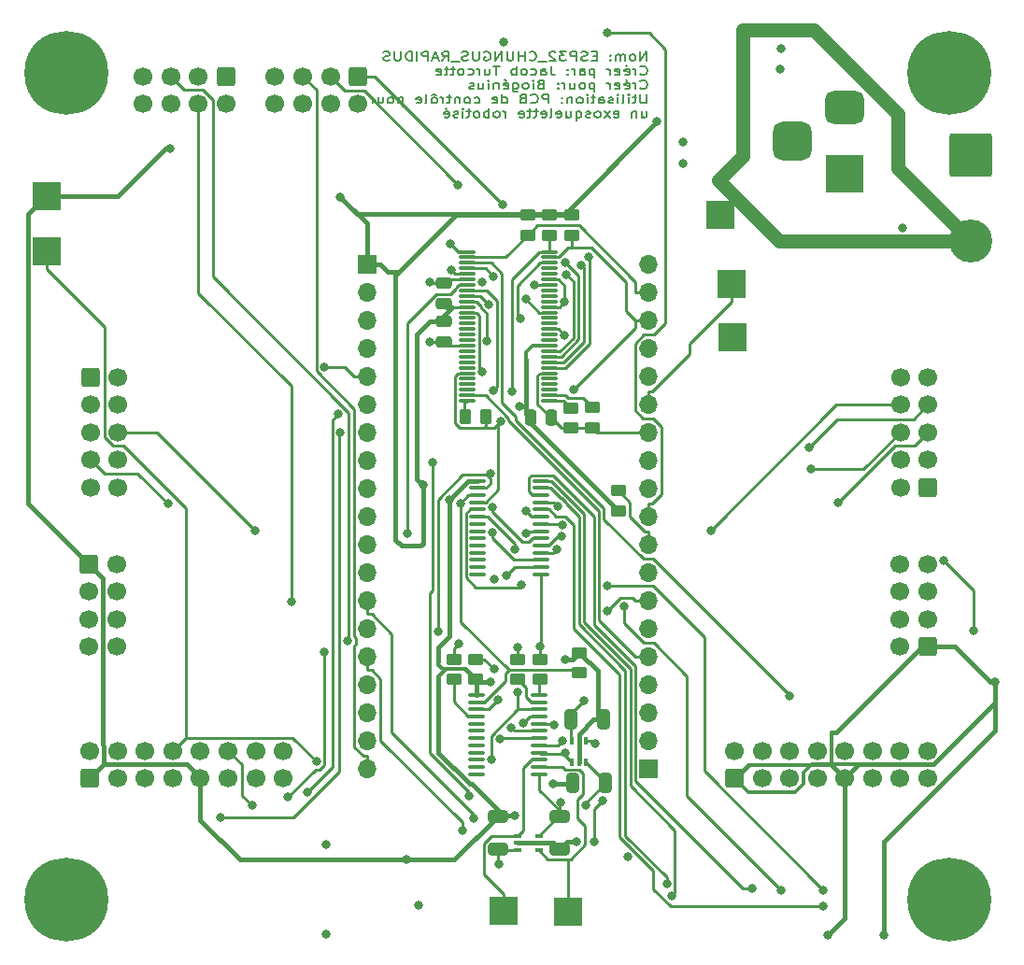
<source format=gbr>
%TF.GenerationSoftware,KiCad,Pcbnew,8.0.1-rc1*%
%TF.CreationDate,2024-04-06T08:28:56-04:00*%
%TF.ProjectId,ESP32_CHUNGUS_RAPIDUS,45535033-325f-4434-9855-4e4755535f52,rev?*%
%TF.SameCoordinates,Original*%
%TF.FileFunction,Copper,L4,Bot*%
%TF.FilePolarity,Positive*%
%FSLAX46Y46*%
G04 Gerber Fmt 4.6, Leading zero omitted, Abs format (unit mm)*
G04 Created by KiCad (PCBNEW 8.0.1-rc1) date 2024-04-06 08:28:56*
%MOMM*%
%LPD*%
G01*
G04 APERTURE LIST*
G04 Aperture macros list*
%AMRoundRect*
0 Rectangle with rounded corners*
0 $1 Rounding radius*
0 $2 $3 $4 $5 $6 $7 $8 $9 X,Y pos of 4 corners*
0 Add a 4 corners polygon primitive as box body*
4,1,4,$2,$3,$4,$5,$6,$7,$8,$9,$2,$3,0*
0 Add four circle primitives for the rounded corners*
1,1,$1+$1,$2,$3*
1,1,$1+$1,$4,$5*
1,1,$1+$1,$6,$7*
1,1,$1+$1,$8,$9*
0 Add four rect primitives between the rounded corners*
20,1,$1+$1,$2,$3,$4,$5,0*
20,1,$1+$1,$4,$5,$6,$7,0*
20,1,$1+$1,$6,$7,$8,$9,0*
20,1,$1+$1,$8,$9,$2,$3,0*%
G04 Aperture macros list end*
%ADD10C,0.200000*%
%TA.AperFunction,NonConductor*%
%ADD11C,0.200000*%
%TD*%
%TA.AperFunction,ComponentPad*%
%ADD12R,1.700000X1.700000*%
%TD*%
%TA.AperFunction,ComponentPad*%
%ADD13O,1.700000X1.700000*%
%TD*%
%TA.AperFunction,ComponentPad*%
%ADD14R,2.500000X2.500000*%
%TD*%
%TA.AperFunction,ComponentPad*%
%ADD15RoundRect,0.250000X0.600000X-0.600000X0.600000X0.600000X-0.600000X0.600000X-0.600000X-0.600000X0*%
%TD*%
%TA.AperFunction,ComponentPad*%
%ADD16C,1.700000*%
%TD*%
%TA.AperFunction,ComponentPad*%
%ADD17C,7.600000*%
%TD*%
%TA.AperFunction,ComponentPad*%
%ADD18RoundRect,0.250002X-1.699998X1.699998X-1.699998X-1.699998X1.699998X-1.699998X1.699998X1.699998X0*%
%TD*%
%TA.AperFunction,ComponentPad*%
%ADD19C,3.900000*%
%TD*%
%TA.AperFunction,ComponentPad*%
%ADD20RoundRect,0.250000X-0.600000X-0.600000X0.600000X-0.600000X0.600000X0.600000X-0.600000X0.600000X0*%
%TD*%
%TA.AperFunction,ComponentPad*%
%ADD21RoundRect,0.250000X0.600000X0.600000X-0.600000X0.600000X-0.600000X-0.600000X0.600000X-0.600000X0*%
%TD*%
%TA.AperFunction,ComponentPad*%
%ADD22RoundRect,0.250000X-0.600000X0.600000X-0.600000X-0.600000X0.600000X-0.600000X0.600000X0.600000X0*%
%TD*%
%TA.AperFunction,ComponentPad*%
%ADD23R,3.500000X3.500000*%
%TD*%
%TA.AperFunction,ComponentPad*%
%ADD24RoundRect,0.750000X-1.000000X0.750000X-1.000000X-0.750000X1.000000X-0.750000X1.000000X0.750000X0*%
%TD*%
%TA.AperFunction,ComponentPad*%
%ADD25RoundRect,0.875000X-0.875000X0.875000X-0.875000X-0.875000X0.875000X-0.875000X0.875000X0.875000X0*%
%TD*%
%TA.AperFunction,SMDPad,CuDef*%
%ADD26RoundRect,0.100000X0.637500X0.100000X-0.637500X0.100000X-0.637500X-0.100000X0.637500X-0.100000X0*%
%TD*%
%TA.AperFunction,SMDPad,CuDef*%
%ADD27RoundRect,0.250000X-0.475000X0.250000X-0.475000X-0.250000X0.475000X-0.250000X0.475000X0.250000X0*%
%TD*%
%TA.AperFunction,SMDPad,CuDef*%
%ADD28RoundRect,0.250000X-0.450000X0.262500X-0.450000X-0.262500X0.450000X-0.262500X0.450000X0.262500X0*%
%TD*%
%TA.AperFunction,SMDPad,CuDef*%
%ADD29RoundRect,0.250000X0.450000X-0.262500X0.450000X0.262500X-0.450000X0.262500X-0.450000X-0.262500X0*%
%TD*%
%TA.AperFunction,SMDPad,CuDef*%
%ADD30RoundRect,0.250000X0.475000X-0.250000X0.475000X0.250000X-0.475000X0.250000X-0.475000X-0.250000X0*%
%TD*%
%TA.AperFunction,SMDPad,CuDef*%
%ADD31RoundRect,0.075000X0.662500X0.075000X-0.662500X0.075000X-0.662500X-0.075000X0.662500X-0.075000X0*%
%TD*%
%TA.AperFunction,SMDPad,CuDef*%
%ADD32RoundRect,0.250000X0.325000X0.650000X-0.325000X0.650000X-0.325000X-0.650000X0.325000X-0.650000X0*%
%TD*%
%TA.AperFunction,SMDPad,CuDef*%
%ADD33RoundRect,0.250000X-0.325000X-0.650000X0.325000X-0.650000X0.325000X0.650000X-0.325000X0.650000X0*%
%TD*%
%TA.AperFunction,SMDPad,CuDef*%
%ADD34RoundRect,0.250000X0.262500X0.450000X-0.262500X0.450000X-0.262500X-0.450000X0.262500X-0.450000X0*%
%TD*%
%TA.AperFunction,SMDPad,CuDef*%
%ADD35RoundRect,0.250000X-0.650000X0.325000X-0.650000X-0.325000X0.650000X-0.325000X0.650000X0.325000X0*%
%TD*%
%TA.AperFunction,SMDPad,CuDef*%
%ADD36RoundRect,0.250000X0.650000X-0.325000X0.650000X0.325000X-0.650000X0.325000X-0.650000X-0.325000X0*%
%TD*%
%TA.AperFunction,SMDPad,CuDef*%
%ADD37RoundRect,0.250000X-0.250000X-0.475000X0.250000X-0.475000X0.250000X0.475000X-0.250000X0.475000X0*%
%TD*%
%TA.AperFunction,SMDPad,CuDef*%
%ADD38RoundRect,0.100000X-0.225000X-0.100000X0.225000X-0.100000X0.225000X0.100000X-0.225000X0.100000X0*%
%TD*%
%TA.AperFunction,SMDPad,CuDef*%
%ADD39RoundRect,0.100000X-0.100000X0.225000X-0.100000X-0.225000X0.100000X-0.225000X0.100000X0.225000X0*%
%TD*%
%TA.AperFunction,ViaPad*%
%ADD40C,0.800000*%
%TD*%
%TA.AperFunction,Conductor*%
%ADD41C,0.250000*%
%TD*%
%TA.AperFunction,Conductor*%
%ADD42C,1.300000*%
%TD*%
%TA.AperFunction,Conductor*%
%ADD43C,0.400000*%
%TD*%
%TA.AperFunction,Conductor*%
%ADD44C,0.300000*%
%TD*%
%TA.AperFunction,Conductor*%
%ADD45C,0.290000*%
%TD*%
G04 APERTURE END LIST*
D10*
D11*
X92690326Y-21609875D02*
X92690326Y-20809875D01*
X92690326Y-20809875D02*
X92118898Y-21609875D01*
X92118898Y-21609875D02*
X92118898Y-20809875D01*
X91499850Y-21609875D02*
X91595088Y-21571780D01*
X91595088Y-21571780D02*
X91642707Y-21533684D01*
X91642707Y-21533684D02*
X91690326Y-21457494D01*
X91690326Y-21457494D02*
X91690326Y-21228922D01*
X91690326Y-21228922D02*
X91642707Y-21152732D01*
X91642707Y-21152732D02*
X91595088Y-21114637D01*
X91595088Y-21114637D02*
X91499850Y-21076541D01*
X91499850Y-21076541D02*
X91356993Y-21076541D01*
X91356993Y-21076541D02*
X91261755Y-21114637D01*
X91261755Y-21114637D02*
X91214136Y-21152732D01*
X91214136Y-21152732D02*
X91166517Y-21228922D01*
X91166517Y-21228922D02*
X91166517Y-21457494D01*
X91166517Y-21457494D02*
X91214136Y-21533684D01*
X91214136Y-21533684D02*
X91261755Y-21571780D01*
X91261755Y-21571780D02*
X91356993Y-21609875D01*
X91356993Y-21609875D02*
X91499850Y-21609875D01*
X90737945Y-21609875D02*
X90737945Y-21076541D01*
X90737945Y-21152732D02*
X90690326Y-21114637D01*
X90690326Y-21114637D02*
X90595088Y-21076541D01*
X90595088Y-21076541D02*
X90452231Y-21076541D01*
X90452231Y-21076541D02*
X90356993Y-21114637D01*
X90356993Y-21114637D02*
X90309374Y-21190827D01*
X90309374Y-21190827D02*
X90309374Y-21609875D01*
X90309374Y-21190827D02*
X90261755Y-21114637D01*
X90261755Y-21114637D02*
X90166517Y-21076541D01*
X90166517Y-21076541D02*
X90023660Y-21076541D01*
X90023660Y-21076541D02*
X89928421Y-21114637D01*
X89928421Y-21114637D02*
X89880802Y-21190827D01*
X89880802Y-21190827D02*
X89880802Y-21609875D01*
X89404612Y-21533684D02*
X89356993Y-21571780D01*
X89356993Y-21571780D02*
X89404612Y-21609875D01*
X89404612Y-21609875D02*
X89452231Y-21571780D01*
X89452231Y-21571780D02*
X89404612Y-21533684D01*
X89404612Y-21533684D02*
X89404612Y-21609875D01*
X89404612Y-21114637D02*
X89356993Y-21152732D01*
X89356993Y-21152732D02*
X89404612Y-21190827D01*
X89404612Y-21190827D02*
X89452231Y-21152732D01*
X89452231Y-21152732D02*
X89404612Y-21114637D01*
X89404612Y-21114637D02*
X89404612Y-21190827D01*
X88166517Y-21190827D02*
X87833184Y-21190827D01*
X87690327Y-21609875D02*
X88166517Y-21609875D01*
X88166517Y-21609875D02*
X88166517Y-20809875D01*
X88166517Y-20809875D02*
X87690327Y-20809875D01*
X87309374Y-21571780D02*
X87166517Y-21609875D01*
X87166517Y-21609875D02*
X86928422Y-21609875D01*
X86928422Y-21609875D02*
X86833184Y-21571780D01*
X86833184Y-21571780D02*
X86785565Y-21533684D01*
X86785565Y-21533684D02*
X86737946Y-21457494D01*
X86737946Y-21457494D02*
X86737946Y-21381303D01*
X86737946Y-21381303D02*
X86785565Y-21305113D01*
X86785565Y-21305113D02*
X86833184Y-21267018D01*
X86833184Y-21267018D02*
X86928422Y-21228922D01*
X86928422Y-21228922D02*
X87118898Y-21190827D01*
X87118898Y-21190827D02*
X87214136Y-21152732D01*
X87214136Y-21152732D02*
X87261755Y-21114637D01*
X87261755Y-21114637D02*
X87309374Y-21038446D01*
X87309374Y-21038446D02*
X87309374Y-20962256D01*
X87309374Y-20962256D02*
X87261755Y-20886065D01*
X87261755Y-20886065D02*
X87214136Y-20847970D01*
X87214136Y-20847970D02*
X87118898Y-20809875D01*
X87118898Y-20809875D02*
X86880803Y-20809875D01*
X86880803Y-20809875D02*
X86737946Y-20847970D01*
X86309374Y-21609875D02*
X86309374Y-20809875D01*
X86309374Y-20809875D02*
X85928422Y-20809875D01*
X85928422Y-20809875D02*
X85833184Y-20847970D01*
X85833184Y-20847970D02*
X85785565Y-20886065D01*
X85785565Y-20886065D02*
X85737946Y-20962256D01*
X85737946Y-20962256D02*
X85737946Y-21076541D01*
X85737946Y-21076541D02*
X85785565Y-21152732D01*
X85785565Y-21152732D02*
X85833184Y-21190827D01*
X85833184Y-21190827D02*
X85928422Y-21228922D01*
X85928422Y-21228922D02*
X86309374Y-21228922D01*
X85404612Y-20809875D02*
X84785565Y-20809875D01*
X84785565Y-20809875D02*
X85118898Y-21114637D01*
X85118898Y-21114637D02*
X84976041Y-21114637D01*
X84976041Y-21114637D02*
X84880803Y-21152732D01*
X84880803Y-21152732D02*
X84833184Y-21190827D01*
X84833184Y-21190827D02*
X84785565Y-21267018D01*
X84785565Y-21267018D02*
X84785565Y-21457494D01*
X84785565Y-21457494D02*
X84833184Y-21533684D01*
X84833184Y-21533684D02*
X84880803Y-21571780D01*
X84880803Y-21571780D02*
X84976041Y-21609875D01*
X84976041Y-21609875D02*
X85261755Y-21609875D01*
X85261755Y-21609875D02*
X85356993Y-21571780D01*
X85356993Y-21571780D02*
X85404612Y-21533684D01*
X84404612Y-20886065D02*
X84356993Y-20847970D01*
X84356993Y-20847970D02*
X84261755Y-20809875D01*
X84261755Y-20809875D02*
X84023660Y-20809875D01*
X84023660Y-20809875D02*
X83928422Y-20847970D01*
X83928422Y-20847970D02*
X83880803Y-20886065D01*
X83880803Y-20886065D02*
X83833184Y-20962256D01*
X83833184Y-20962256D02*
X83833184Y-21038446D01*
X83833184Y-21038446D02*
X83880803Y-21152732D01*
X83880803Y-21152732D02*
X84452231Y-21609875D01*
X84452231Y-21609875D02*
X83833184Y-21609875D01*
X83642708Y-21686065D02*
X82880803Y-21686065D01*
X82071279Y-21533684D02*
X82118898Y-21571780D01*
X82118898Y-21571780D02*
X82261755Y-21609875D01*
X82261755Y-21609875D02*
X82356993Y-21609875D01*
X82356993Y-21609875D02*
X82499850Y-21571780D01*
X82499850Y-21571780D02*
X82595088Y-21495589D01*
X82595088Y-21495589D02*
X82642707Y-21419399D01*
X82642707Y-21419399D02*
X82690326Y-21267018D01*
X82690326Y-21267018D02*
X82690326Y-21152732D01*
X82690326Y-21152732D02*
X82642707Y-21000351D01*
X82642707Y-21000351D02*
X82595088Y-20924160D01*
X82595088Y-20924160D02*
X82499850Y-20847970D01*
X82499850Y-20847970D02*
X82356993Y-20809875D01*
X82356993Y-20809875D02*
X82261755Y-20809875D01*
X82261755Y-20809875D02*
X82118898Y-20847970D01*
X82118898Y-20847970D02*
X82071279Y-20886065D01*
X81642707Y-21609875D02*
X81642707Y-20809875D01*
X81642707Y-21190827D02*
X81071279Y-21190827D01*
X81071279Y-21609875D02*
X81071279Y-20809875D01*
X80595088Y-20809875D02*
X80595088Y-21457494D01*
X80595088Y-21457494D02*
X80547469Y-21533684D01*
X80547469Y-21533684D02*
X80499850Y-21571780D01*
X80499850Y-21571780D02*
X80404612Y-21609875D01*
X80404612Y-21609875D02*
X80214136Y-21609875D01*
X80214136Y-21609875D02*
X80118898Y-21571780D01*
X80118898Y-21571780D02*
X80071279Y-21533684D01*
X80071279Y-21533684D02*
X80023660Y-21457494D01*
X80023660Y-21457494D02*
X80023660Y-20809875D01*
X79547469Y-21609875D02*
X79547469Y-20809875D01*
X79547469Y-20809875D02*
X78976041Y-21609875D01*
X78976041Y-21609875D02*
X78976041Y-20809875D01*
X77976041Y-20847970D02*
X78071279Y-20809875D01*
X78071279Y-20809875D02*
X78214136Y-20809875D01*
X78214136Y-20809875D02*
X78356993Y-20847970D01*
X78356993Y-20847970D02*
X78452231Y-20924160D01*
X78452231Y-20924160D02*
X78499850Y-21000351D01*
X78499850Y-21000351D02*
X78547469Y-21152732D01*
X78547469Y-21152732D02*
X78547469Y-21267018D01*
X78547469Y-21267018D02*
X78499850Y-21419399D01*
X78499850Y-21419399D02*
X78452231Y-21495589D01*
X78452231Y-21495589D02*
X78356993Y-21571780D01*
X78356993Y-21571780D02*
X78214136Y-21609875D01*
X78214136Y-21609875D02*
X78118898Y-21609875D01*
X78118898Y-21609875D02*
X77976041Y-21571780D01*
X77976041Y-21571780D02*
X77928422Y-21533684D01*
X77928422Y-21533684D02*
X77928422Y-21267018D01*
X77928422Y-21267018D02*
X78118898Y-21267018D01*
X77499850Y-20809875D02*
X77499850Y-21457494D01*
X77499850Y-21457494D02*
X77452231Y-21533684D01*
X77452231Y-21533684D02*
X77404612Y-21571780D01*
X77404612Y-21571780D02*
X77309374Y-21609875D01*
X77309374Y-21609875D02*
X77118898Y-21609875D01*
X77118898Y-21609875D02*
X77023660Y-21571780D01*
X77023660Y-21571780D02*
X76976041Y-21533684D01*
X76976041Y-21533684D02*
X76928422Y-21457494D01*
X76928422Y-21457494D02*
X76928422Y-20809875D01*
X76499850Y-21571780D02*
X76356993Y-21609875D01*
X76356993Y-21609875D02*
X76118898Y-21609875D01*
X76118898Y-21609875D02*
X76023660Y-21571780D01*
X76023660Y-21571780D02*
X75976041Y-21533684D01*
X75976041Y-21533684D02*
X75928422Y-21457494D01*
X75928422Y-21457494D02*
X75928422Y-21381303D01*
X75928422Y-21381303D02*
X75976041Y-21305113D01*
X75976041Y-21305113D02*
X76023660Y-21267018D01*
X76023660Y-21267018D02*
X76118898Y-21228922D01*
X76118898Y-21228922D02*
X76309374Y-21190827D01*
X76309374Y-21190827D02*
X76404612Y-21152732D01*
X76404612Y-21152732D02*
X76452231Y-21114637D01*
X76452231Y-21114637D02*
X76499850Y-21038446D01*
X76499850Y-21038446D02*
X76499850Y-20962256D01*
X76499850Y-20962256D02*
X76452231Y-20886065D01*
X76452231Y-20886065D02*
X76404612Y-20847970D01*
X76404612Y-20847970D02*
X76309374Y-20809875D01*
X76309374Y-20809875D02*
X76071279Y-20809875D01*
X76071279Y-20809875D02*
X75928422Y-20847970D01*
X75737946Y-21686065D02*
X74976041Y-21686065D01*
X74166517Y-21609875D02*
X74499850Y-21228922D01*
X74737945Y-21609875D02*
X74737945Y-20809875D01*
X74737945Y-20809875D02*
X74356993Y-20809875D01*
X74356993Y-20809875D02*
X74261755Y-20847970D01*
X74261755Y-20847970D02*
X74214136Y-20886065D01*
X74214136Y-20886065D02*
X74166517Y-20962256D01*
X74166517Y-20962256D02*
X74166517Y-21076541D01*
X74166517Y-21076541D02*
X74214136Y-21152732D01*
X74214136Y-21152732D02*
X74261755Y-21190827D01*
X74261755Y-21190827D02*
X74356993Y-21228922D01*
X74356993Y-21228922D02*
X74737945Y-21228922D01*
X73785564Y-21381303D02*
X73309374Y-21381303D01*
X73880802Y-21609875D02*
X73547469Y-20809875D01*
X73547469Y-20809875D02*
X73214136Y-21609875D01*
X72880802Y-21609875D02*
X72880802Y-20809875D01*
X72880802Y-20809875D02*
X72499850Y-20809875D01*
X72499850Y-20809875D02*
X72404612Y-20847970D01*
X72404612Y-20847970D02*
X72356993Y-20886065D01*
X72356993Y-20886065D02*
X72309374Y-20962256D01*
X72309374Y-20962256D02*
X72309374Y-21076541D01*
X72309374Y-21076541D02*
X72356993Y-21152732D01*
X72356993Y-21152732D02*
X72404612Y-21190827D01*
X72404612Y-21190827D02*
X72499850Y-21228922D01*
X72499850Y-21228922D02*
X72880802Y-21228922D01*
X71880802Y-21609875D02*
X71880802Y-20809875D01*
X71404612Y-21609875D02*
X71404612Y-20809875D01*
X71404612Y-20809875D02*
X71166517Y-20809875D01*
X71166517Y-20809875D02*
X71023660Y-20847970D01*
X71023660Y-20847970D02*
X70928422Y-20924160D01*
X70928422Y-20924160D02*
X70880803Y-21000351D01*
X70880803Y-21000351D02*
X70833184Y-21152732D01*
X70833184Y-21152732D02*
X70833184Y-21267018D01*
X70833184Y-21267018D02*
X70880803Y-21419399D01*
X70880803Y-21419399D02*
X70928422Y-21495589D01*
X70928422Y-21495589D02*
X71023660Y-21571780D01*
X71023660Y-21571780D02*
X71166517Y-21609875D01*
X71166517Y-21609875D02*
X71404612Y-21609875D01*
X70404612Y-20809875D02*
X70404612Y-21457494D01*
X70404612Y-21457494D02*
X70356993Y-21533684D01*
X70356993Y-21533684D02*
X70309374Y-21571780D01*
X70309374Y-21571780D02*
X70214136Y-21609875D01*
X70214136Y-21609875D02*
X70023660Y-21609875D01*
X70023660Y-21609875D02*
X69928422Y-21571780D01*
X69928422Y-21571780D02*
X69880803Y-21533684D01*
X69880803Y-21533684D02*
X69833184Y-21457494D01*
X69833184Y-21457494D02*
X69833184Y-20809875D01*
X69404612Y-21571780D02*
X69261755Y-21609875D01*
X69261755Y-21609875D02*
X69023660Y-21609875D01*
X69023660Y-21609875D02*
X68928422Y-21571780D01*
X68928422Y-21571780D02*
X68880803Y-21533684D01*
X68880803Y-21533684D02*
X68833184Y-21457494D01*
X68833184Y-21457494D02*
X68833184Y-21381303D01*
X68833184Y-21381303D02*
X68880803Y-21305113D01*
X68880803Y-21305113D02*
X68928422Y-21267018D01*
X68928422Y-21267018D02*
X69023660Y-21228922D01*
X69023660Y-21228922D02*
X69214136Y-21190827D01*
X69214136Y-21190827D02*
X69309374Y-21152732D01*
X69309374Y-21152732D02*
X69356993Y-21114637D01*
X69356993Y-21114637D02*
X69404612Y-21038446D01*
X69404612Y-21038446D02*
X69404612Y-20962256D01*
X69404612Y-20962256D02*
X69356993Y-20886065D01*
X69356993Y-20886065D02*
X69309374Y-20847970D01*
X69309374Y-20847970D02*
X69214136Y-20809875D01*
X69214136Y-20809875D02*
X68976041Y-20809875D01*
X68976041Y-20809875D02*
X68833184Y-20847970D01*
X92118898Y-22821639D02*
X92166517Y-22859735D01*
X92166517Y-22859735D02*
X92309374Y-22897830D01*
X92309374Y-22897830D02*
X92404612Y-22897830D01*
X92404612Y-22897830D02*
X92547469Y-22859735D01*
X92547469Y-22859735D02*
X92642707Y-22783544D01*
X92642707Y-22783544D02*
X92690326Y-22707354D01*
X92690326Y-22707354D02*
X92737945Y-22554973D01*
X92737945Y-22554973D02*
X92737945Y-22440687D01*
X92737945Y-22440687D02*
X92690326Y-22288306D01*
X92690326Y-22288306D02*
X92642707Y-22212115D01*
X92642707Y-22212115D02*
X92547469Y-22135925D01*
X92547469Y-22135925D02*
X92404612Y-22097830D01*
X92404612Y-22097830D02*
X92309374Y-22097830D01*
X92309374Y-22097830D02*
X92166517Y-22135925D01*
X92166517Y-22135925D02*
X92118898Y-22174020D01*
X91690326Y-22897830D02*
X91690326Y-22364496D01*
X91690326Y-22516877D02*
X91642707Y-22440687D01*
X91642707Y-22440687D02*
X91595088Y-22402592D01*
X91595088Y-22402592D02*
X91499850Y-22364496D01*
X91499850Y-22364496D02*
X91404612Y-22364496D01*
X90690326Y-22859735D02*
X90785564Y-22897830D01*
X90785564Y-22897830D02*
X90976040Y-22897830D01*
X90976040Y-22897830D02*
X91071278Y-22859735D01*
X91071278Y-22859735D02*
X91118897Y-22783544D01*
X91118897Y-22783544D02*
X91118897Y-22478782D01*
X91118897Y-22478782D02*
X91071278Y-22402592D01*
X91071278Y-22402592D02*
X90976040Y-22364496D01*
X90976040Y-22364496D02*
X90785564Y-22364496D01*
X90785564Y-22364496D02*
X90690326Y-22402592D01*
X90690326Y-22402592D02*
X90642707Y-22478782D01*
X90642707Y-22478782D02*
X90642707Y-22554973D01*
X90642707Y-22554973D02*
X91118897Y-22631163D01*
X90785564Y-22059735D02*
X90928421Y-22174020D01*
X89833183Y-22859735D02*
X89928421Y-22897830D01*
X89928421Y-22897830D02*
X90118897Y-22897830D01*
X90118897Y-22897830D02*
X90214135Y-22859735D01*
X90214135Y-22859735D02*
X90261754Y-22783544D01*
X90261754Y-22783544D02*
X90261754Y-22478782D01*
X90261754Y-22478782D02*
X90214135Y-22402592D01*
X90214135Y-22402592D02*
X90118897Y-22364496D01*
X90118897Y-22364496D02*
X89928421Y-22364496D01*
X89928421Y-22364496D02*
X89833183Y-22402592D01*
X89833183Y-22402592D02*
X89785564Y-22478782D01*
X89785564Y-22478782D02*
X89785564Y-22554973D01*
X89785564Y-22554973D02*
X90261754Y-22631163D01*
X89356992Y-22897830D02*
X89356992Y-22364496D01*
X89356992Y-22516877D02*
X89309373Y-22440687D01*
X89309373Y-22440687D02*
X89261754Y-22402592D01*
X89261754Y-22402592D02*
X89166516Y-22364496D01*
X89166516Y-22364496D02*
X89071278Y-22364496D01*
X87976039Y-22364496D02*
X87976039Y-23164496D01*
X87976039Y-22402592D02*
X87880801Y-22364496D01*
X87880801Y-22364496D02*
X87690325Y-22364496D01*
X87690325Y-22364496D02*
X87595087Y-22402592D01*
X87595087Y-22402592D02*
X87547468Y-22440687D01*
X87547468Y-22440687D02*
X87499849Y-22516877D01*
X87499849Y-22516877D02*
X87499849Y-22745449D01*
X87499849Y-22745449D02*
X87547468Y-22821639D01*
X87547468Y-22821639D02*
X87595087Y-22859735D01*
X87595087Y-22859735D02*
X87690325Y-22897830D01*
X87690325Y-22897830D02*
X87880801Y-22897830D01*
X87880801Y-22897830D02*
X87976039Y-22859735D01*
X86642706Y-22897830D02*
X86642706Y-22478782D01*
X86642706Y-22478782D02*
X86690325Y-22402592D01*
X86690325Y-22402592D02*
X86785563Y-22364496D01*
X86785563Y-22364496D02*
X86976039Y-22364496D01*
X86976039Y-22364496D02*
X87071277Y-22402592D01*
X86642706Y-22859735D02*
X86737944Y-22897830D01*
X86737944Y-22897830D02*
X86976039Y-22897830D01*
X86976039Y-22897830D02*
X87071277Y-22859735D01*
X87071277Y-22859735D02*
X87118896Y-22783544D01*
X87118896Y-22783544D02*
X87118896Y-22707354D01*
X87118896Y-22707354D02*
X87071277Y-22631163D01*
X87071277Y-22631163D02*
X86976039Y-22593068D01*
X86976039Y-22593068D02*
X86737944Y-22593068D01*
X86737944Y-22593068D02*
X86642706Y-22554973D01*
X86166515Y-22897830D02*
X86166515Y-22364496D01*
X86166515Y-22516877D02*
X86118896Y-22440687D01*
X86118896Y-22440687D02*
X86071277Y-22402592D01*
X86071277Y-22402592D02*
X85976039Y-22364496D01*
X85976039Y-22364496D02*
X85880801Y-22364496D01*
X85547467Y-22821639D02*
X85499848Y-22859735D01*
X85499848Y-22859735D02*
X85547467Y-22897830D01*
X85547467Y-22897830D02*
X85595086Y-22859735D01*
X85595086Y-22859735D02*
X85547467Y-22821639D01*
X85547467Y-22821639D02*
X85547467Y-22897830D01*
X85547467Y-22402592D02*
X85499848Y-22440687D01*
X85499848Y-22440687D02*
X85547467Y-22478782D01*
X85547467Y-22478782D02*
X85595086Y-22440687D01*
X85595086Y-22440687D02*
X85547467Y-22402592D01*
X85547467Y-22402592D02*
X85547467Y-22478782D01*
X84023658Y-22097830D02*
X84023658Y-22669258D01*
X84023658Y-22669258D02*
X84071277Y-22783544D01*
X84071277Y-22783544D02*
X84166515Y-22859735D01*
X84166515Y-22859735D02*
X84309372Y-22897830D01*
X84309372Y-22897830D02*
X84404610Y-22897830D01*
X83118896Y-22897830D02*
X83118896Y-22478782D01*
X83118896Y-22478782D02*
X83166515Y-22402592D01*
X83166515Y-22402592D02*
X83261753Y-22364496D01*
X83261753Y-22364496D02*
X83452229Y-22364496D01*
X83452229Y-22364496D02*
X83547467Y-22402592D01*
X83118896Y-22859735D02*
X83214134Y-22897830D01*
X83214134Y-22897830D02*
X83452229Y-22897830D01*
X83452229Y-22897830D02*
X83547467Y-22859735D01*
X83547467Y-22859735D02*
X83595086Y-22783544D01*
X83595086Y-22783544D02*
X83595086Y-22707354D01*
X83595086Y-22707354D02*
X83547467Y-22631163D01*
X83547467Y-22631163D02*
X83452229Y-22593068D01*
X83452229Y-22593068D02*
X83214134Y-22593068D01*
X83214134Y-22593068D02*
X83118896Y-22554973D01*
X82214134Y-22859735D02*
X82309372Y-22897830D01*
X82309372Y-22897830D02*
X82499848Y-22897830D01*
X82499848Y-22897830D02*
X82595086Y-22859735D01*
X82595086Y-22859735D02*
X82642705Y-22821639D01*
X82642705Y-22821639D02*
X82690324Y-22745449D01*
X82690324Y-22745449D02*
X82690324Y-22516877D01*
X82690324Y-22516877D02*
X82642705Y-22440687D01*
X82642705Y-22440687D02*
X82595086Y-22402592D01*
X82595086Y-22402592D02*
X82499848Y-22364496D01*
X82499848Y-22364496D02*
X82309372Y-22364496D01*
X82309372Y-22364496D02*
X82214134Y-22402592D01*
X81642705Y-22897830D02*
X81737943Y-22859735D01*
X81737943Y-22859735D02*
X81785562Y-22821639D01*
X81785562Y-22821639D02*
X81833181Y-22745449D01*
X81833181Y-22745449D02*
X81833181Y-22516877D01*
X81833181Y-22516877D02*
X81785562Y-22440687D01*
X81785562Y-22440687D02*
X81737943Y-22402592D01*
X81737943Y-22402592D02*
X81642705Y-22364496D01*
X81642705Y-22364496D02*
X81499848Y-22364496D01*
X81499848Y-22364496D02*
X81404610Y-22402592D01*
X81404610Y-22402592D02*
X81356991Y-22440687D01*
X81356991Y-22440687D02*
X81309372Y-22516877D01*
X81309372Y-22516877D02*
X81309372Y-22745449D01*
X81309372Y-22745449D02*
X81356991Y-22821639D01*
X81356991Y-22821639D02*
X81404610Y-22859735D01*
X81404610Y-22859735D02*
X81499848Y-22897830D01*
X81499848Y-22897830D02*
X81642705Y-22897830D01*
X80880800Y-22897830D02*
X80880800Y-22097830D01*
X80880800Y-22402592D02*
X80785562Y-22364496D01*
X80785562Y-22364496D02*
X80595086Y-22364496D01*
X80595086Y-22364496D02*
X80499848Y-22402592D01*
X80499848Y-22402592D02*
X80452229Y-22440687D01*
X80452229Y-22440687D02*
X80404610Y-22516877D01*
X80404610Y-22516877D02*
X80404610Y-22745449D01*
X80404610Y-22745449D02*
X80452229Y-22821639D01*
X80452229Y-22821639D02*
X80499848Y-22859735D01*
X80499848Y-22859735D02*
X80595086Y-22897830D01*
X80595086Y-22897830D02*
X80785562Y-22897830D01*
X80785562Y-22897830D02*
X80880800Y-22859735D01*
X79356990Y-22097830D02*
X78785562Y-22097830D01*
X79071276Y-22897830D02*
X79071276Y-22097830D01*
X78023657Y-22364496D02*
X78023657Y-22897830D01*
X78452228Y-22364496D02*
X78452228Y-22783544D01*
X78452228Y-22783544D02*
X78404609Y-22859735D01*
X78404609Y-22859735D02*
X78309371Y-22897830D01*
X78309371Y-22897830D02*
X78166514Y-22897830D01*
X78166514Y-22897830D02*
X78071276Y-22859735D01*
X78071276Y-22859735D02*
X78023657Y-22821639D01*
X77547466Y-22897830D02*
X77547466Y-22364496D01*
X77547466Y-22516877D02*
X77499847Y-22440687D01*
X77499847Y-22440687D02*
X77452228Y-22402592D01*
X77452228Y-22402592D02*
X77356990Y-22364496D01*
X77356990Y-22364496D02*
X77261752Y-22364496D01*
X76499847Y-22859735D02*
X76595085Y-22897830D01*
X76595085Y-22897830D02*
X76785561Y-22897830D01*
X76785561Y-22897830D02*
X76880799Y-22859735D01*
X76880799Y-22859735D02*
X76928418Y-22821639D01*
X76928418Y-22821639D02*
X76976037Y-22745449D01*
X76976037Y-22745449D02*
X76976037Y-22516877D01*
X76976037Y-22516877D02*
X76928418Y-22440687D01*
X76928418Y-22440687D02*
X76880799Y-22402592D01*
X76880799Y-22402592D02*
X76785561Y-22364496D01*
X76785561Y-22364496D02*
X76595085Y-22364496D01*
X76595085Y-22364496D02*
X76499847Y-22402592D01*
X75928418Y-22897830D02*
X76023656Y-22859735D01*
X76023656Y-22859735D02*
X76071275Y-22821639D01*
X76071275Y-22821639D02*
X76118894Y-22745449D01*
X76118894Y-22745449D02*
X76118894Y-22516877D01*
X76118894Y-22516877D02*
X76071275Y-22440687D01*
X76071275Y-22440687D02*
X76023656Y-22402592D01*
X76023656Y-22402592D02*
X75928418Y-22364496D01*
X75928418Y-22364496D02*
X75785561Y-22364496D01*
X75785561Y-22364496D02*
X75690323Y-22402592D01*
X75690323Y-22402592D02*
X75642704Y-22440687D01*
X75642704Y-22440687D02*
X75595085Y-22516877D01*
X75595085Y-22516877D02*
X75595085Y-22745449D01*
X75595085Y-22745449D02*
X75642704Y-22821639D01*
X75642704Y-22821639D02*
X75690323Y-22859735D01*
X75690323Y-22859735D02*
X75785561Y-22897830D01*
X75785561Y-22897830D02*
X75928418Y-22897830D01*
X75309370Y-22364496D02*
X74928418Y-22364496D01*
X75166513Y-22097830D02*
X75166513Y-22783544D01*
X75166513Y-22783544D02*
X75118894Y-22859735D01*
X75118894Y-22859735D02*
X75023656Y-22897830D01*
X75023656Y-22897830D02*
X74928418Y-22897830D01*
X74737941Y-22364496D02*
X74356989Y-22364496D01*
X74595084Y-22097830D02*
X74595084Y-22783544D01*
X74595084Y-22783544D02*
X74547465Y-22859735D01*
X74547465Y-22859735D02*
X74452227Y-22897830D01*
X74452227Y-22897830D02*
X74356989Y-22897830D01*
X73642703Y-22859735D02*
X73737941Y-22897830D01*
X73737941Y-22897830D02*
X73928417Y-22897830D01*
X73928417Y-22897830D02*
X74023655Y-22859735D01*
X74023655Y-22859735D02*
X74071274Y-22783544D01*
X74071274Y-22783544D02*
X74071274Y-22478782D01*
X74071274Y-22478782D02*
X74023655Y-22402592D01*
X74023655Y-22402592D02*
X73928417Y-22364496D01*
X73928417Y-22364496D02*
X73737941Y-22364496D01*
X73737941Y-22364496D02*
X73642703Y-22402592D01*
X73642703Y-22402592D02*
X73595084Y-22478782D01*
X73595084Y-22478782D02*
X73595084Y-22554973D01*
X73595084Y-22554973D02*
X74071274Y-22631163D01*
X92118898Y-24109594D02*
X92166517Y-24147690D01*
X92166517Y-24147690D02*
X92309374Y-24185785D01*
X92309374Y-24185785D02*
X92404612Y-24185785D01*
X92404612Y-24185785D02*
X92547469Y-24147690D01*
X92547469Y-24147690D02*
X92642707Y-24071499D01*
X92642707Y-24071499D02*
X92690326Y-23995309D01*
X92690326Y-23995309D02*
X92737945Y-23842928D01*
X92737945Y-23842928D02*
X92737945Y-23728642D01*
X92737945Y-23728642D02*
X92690326Y-23576261D01*
X92690326Y-23576261D02*
X92642707Y-23500070D01*
X92642707Y-23500070D02*
X92547469Y-23423880D01*
X92547469Y-23423880D02*
X92404612Y-23385785D01*
X92404612Y-23385785D02*
X92309374Y-23385785D01*
X92309374Y-23385785D02*
X92166517Y-23423880D01*
X92166517Y-23423880D02*
X92118898Y-23461975D01*
X91690326Y-24185785D02*
X91690326Y-23652451D01*
X91690326Y-23804832D02*
X91642707Y-23728642D01*
X91642707Y-23728642D02*
X91595088Y-23690547D01*
X91595088Y-23690547D02*
X91499850Y-23652451D01*
X91499850Y-23652451D02*
X91404612Y-23652451D01*
X90690326Y-24147690D02*
X90785564Y-24185785D01*
X90785564Y-24185785D02*
X90976040Y-24185785D01*
X90976040Y-24185785D02*
X91071278Y-24147690D01*
X91071278Y-24147690D02*
X91118897Y-24071499D01*
X91118897Y-24071499D02*
X91118897Y-23766737D01*
X91118897Y-23766737D02*
X91071278Y-23690547D01*
X91071278Y-23690547D02*
X90976040Y-23652451D01*
X90976040Y-23652451D02*
X90785564Y-23652451D01*
X90785564Y-23652451D02*
X90690326Y-23690547D01*
X90690326Y-23690547D02*
X90642707Y-23766737D01*
X90642707Y-23766737D02*
X90642707Y-23842928D01*
X90642707Y-23842928D02*
X91118897Y-23919118D01*
X90785564Y-23347690D02*
X90928421Y-23461975D01*
X89833183Y-24147690D02*
X89928421Y-24185785D01*
X89928421Y-24185785D02*
X90118897Y-24185785D01*
X90118897Y-24185785D02*
X90214135Y-24147690D01*
X90214135Y-24147690D02*
X90261754Y-24071499D01*
X90261754Y-24071499D02*
X90261754Y-23766737D01*
X90261754Y-23766737D02*
X90214135Y-23690547D01*
X90214135Y-23690547D02*
X90118897Y-23652451D01*
X90118897Y-23652451D02*
X89928421Y-23652451D01*
X89928421Y-23652451D02*
X89833183Y-23690547D01*
X89833183Y-23690547D02*
X89785564Y-23766737D01*
X89785564Y-23766737D02*
X89785564Y-23842928D01*
X89785564Y-23842928D02*
X90261754Y-23919118D01*
X89356992Y-24185785D02*
X89356992Y-23652451D01*
X89356992Y-23804832D02*
X89309373Y-23728642D01*
X89309373Y-23728642D02*
X89261754Y-23690547D01*
X89261754Y-23690547D02*
X89166516Y-23652451D01*
X89166516Y-23652451D02*
X89071278Y-23652451D01*
X87976039Y-23652451D02*
X87976039Y-24452451D01*
X87976039Y-23690547D02*
X87880801Y-23652451D01*
X87880801Y-23652451D02*
X87690325Y-23652451D01*
X87690325Y-23652451D02*
X87595087Y-23690547D01*
X87595087Y-23690547D02*
X87547468Y-23728642D01*
X87547468Y-23728642D02*
X87499849Y-23804832D01*
X87499849Y-23804832D02*
X87499849Y-24033404D01*
X87499849Y-24033404D02*
X87547468Y-24109594D01*
X87547468Y-24109594D02*
X87595087Y-24147690D01*
X87595087Y-24147690D02*
X87690325Y-24185785D01*
X87690325Y-24185785D02*
X87880801Y-24185785D01*
X87880801Y-24185785D02*
X87976039Y-24147690D01*
X86928420Y-24185785D02*
X87023658Y-24147690D01*
X87023658Y-24147690D02*
X87071277Y-24109594D01*
X87071277Y-24109594D02*
X87118896Y-24033404D01*
X87118896Y-24033404D02*
X87118896Y-23804832D01*
X87118896Y-23804832D02*
X87071277Y-23728642D01*
X87071277Y-23728642D02*
X87023658Y-23690547D01*
X87023658Y-23690547D02*
X86928420Y-23652451D01*
X86928420Y-23652451D02*
X86785563Y-23652451D01*
X86785563Y-23652451D02*
X86690325Y-23690547D01*
X86690325Y-23690547D02*
X86642706Y-23728642D01*
X86642706Y-23728642D02*
X86595087Y-23804832D01*
X86595087Y-23804832D02*
X86595087Y-24033404D01*
X86595087Y-24033404D02*
X86642706Y-24109594D01*
X86642706Y-24109594D02*
X86690325Y-24147690D01*
X86690325Y-24147690D02*
X86785563Y-24185785D01*
X86785563Y-24185785D02*
X86928420Y-24185785D01*
X85737944Y-23652451D02*
X85737944Y-24185785D01*
X86166515Y-23652451D02*
X86166515Y-24071499D01*
X86166515Y-24071499D02*
X86118896Y-24147690D01*
X86118896Y-24147690D02*
X86023658Y-24185785D01*
X86023658Y-24185785D02*
X85880801Y-24185785D01*
X85880801Y-24185785D02*
X85785563Y-24147690D01*
X85785563Y-24147690D02*
X85737944Y-24109594D01*
X85261753Y-24185785D02*
X85261753Y-23652451D01*
X85261753Y-23804832D02*
X85214134Y-23728642D01*
X85214134Y-23728642D02*
X85166515Y-23690547D01*
X85166515Y-23690547D02*
X85071277Y-23652451D01*
X85071277Y-23652451D02*
X84976039Y-23652451D01*
X84642705Y-24109594D02*
X84595086Y-24147690D01*
X84595086Y-24147690D02*
X84642705Y-24185785D01*
X84642705Y-24185785D02*
X84690324Y-24147690D01*
X84690324Y-24147690D02*
X84642705Y-24109594D01*
X84642705Y-24109594D02*
X84642705Y-24185785D01*
X84642705Y-23690547D02*
X84595086Y-23728642D01*
X84595086Y-23728642D02*
X84642705Y-23766737D01*
X84642705Y-23766737D02*
X84690324Y-23728642D01*
X84690324Y-23728642D02*
X84642705Y-23690547D01*
X84642705Y-23690547D02*
X84642705Y-23766737D01*
X83071277Y-23766737D02*
X82928420Y-23804832D01*
X82928420Y-23804832D02*
X82880801Y-23842928D01*
X82880801Y-23842928D02*
X82833182Y-23919118D01*
X82833182Y-23919118D02*
X82833182Y-24033404D01*
X82833182Y-24033404D02*
X82880801Y-24109594D01*
X82880801Y-24109594D02*
X82928420Y-24147690D01*
X82928420Y-24147690D02*
X83023658Y-24185785D01*
X83023658Y-24185785D02*
X83404610Y-24185785D01*
X83404610Y-24185785D02*
X83404610Y-23385785D01*
X83404610Y-23385785D02*
X83071277Y-23385785D01*
X83071277Y-23385785D02*
X82976039Y-23423880D01*
X82976039Y-23423880D02*
X82928420Y-23461975D01*
X82928420Y-23461975D02*
X82880801Y-23538166D01*
X82880801Y-23538166D02*
X82880801Y-23614356D01*
X82880801Y-23614356D02*
X82928420Y-23690547D01*
X82928420Y-23690547D02*
X82976039Y-23728642D01*
X82976039Y-23728642D02*
X83071277Y-23766737D01*
X83071277Y-23766737D02*
X83404610Y-23766737D01*
X82404610Y-24185785D02*
X82404610Y-23652451D01*
X82404610Y-23385785D02*
X82452229Y-23423880D01*
X82452229Y-23423880D02*
X82404610Y-23461975D01*
X82404610Y-23461975D02*
X82356991Y-23423880D01*
X82356991Y-23423880D02*
X82404610Y-23385785D01*
X82404610Y-23385785D02*
X82404610Y-23461975D01*
X81785563Y-24185785D02*
X81880801Y-24147690D01*
X81880801Y-24147690D02*
X81928420Y-24109594D01*
X81928420Y-24109594D02*
X81976039Y-24033404D01*
X81976039Y-24033404D02*
X81976039Y-23804832D01*
X81976039Y-23804832D02*
X81928420Y-23728642D01*
X81928420Y-23728642D02*
X81880801Y-23690547D01*
X81880801Y-23690547D02*
X81785563Y-23652451D01*
X81785563Y-23652451D02*
X81642706Y-23652451D01*
X81642706Y-23652451D02*
X81547468Y-23690547D01*
X81547468Y-23690547D02*
X81499849Y-23728642D01*
X81499849Y-23728642D02*
X81452230Y-23804832D01*
X81452230Y-23804832D02*
X81452230Y-24033404D01*
X81452230Y-24033404D02*
X81499849Y-24109594D01*
X81499849Y-24109594D02*
X81547468Y-24147690D01*
X81547468Y-24147690D02*
X81642706Y-24185785D01*
X81642706Y-24185785D02*
X81785563Y-24185785D01*
X80595087Y-23652451D02*
X80595087Y-24300070D01*
X80595087Y-24300070D02*
X80642706Y-24376261D01*
X80642706Y-24376261D02*
X80690325Y-24414356D01*
X80690325Y-24414356D02*
X80785563Y-24452451D01*
X80785563Y-24452451D02*
X80928420Y-24452451D01*
X80928420Y-24452451D02*
X81023658Y-24414356D01*
X80595087Y-24147690D02*
X80690325Y-24185785D01*
X80690325Y-24185785D02*
X80880801Y-24185785D01*
X80880801Y-24185785D02*
X80976039Y-24147690D01*
X80976039Y-24147690D02*
X81023658Y-24109594D01*
X81023658Y-24109594D02*
X81071277Y-24033404D01*
X81071277Y-24033404D02*
X81071277Y-23804832D01*
X81071277Y-23804832D02*
X81023658Y-23728642D01*
X81023658Y-23728642D02*
X80976039Y-23690547D01*
X80976039Y-23690547D02*
X80880801Y-23652451D01*
X80880801Y-23652451D02*
X80690325Y-23652451D01*
X80690325Y-23652451D02*
X80595087Y-23690547D01*
X79737944Y-24147690D02*
X79833182Y-24185785D01*
X79833182Y-24185785D02*
X80023658Y-24185785D01*
X80023658Y-24185785D02*
X80118896Y-24147690D01*
X80118896Y-24147690D02*
X80166515Y-24071499D01*
X80166515Y-24071499D02*
X80166515Y-23766737D01*
X80166515Y-23766737D02*
X80118896Y-23690547D01*
X80118896Y-23690547D02*
X80023658Y-23652451D01*
X80023658Y-23652451D02*
X79833182Y-23652451D01*
X79833182Y-23652451D02*
X79737944Y-23690547D01*
X79737944Y-23690547D02*
X79690325Y-23766737D01*
X79690325Y-23766737D02*
X79690325Y-23842928D01*
X79690325Y-23842928D02*
X80166515Y-23919118D01*
X79833182Y-23347690D02*
X79976039Y-23461975D01*
X79261753Y-23652451D02*
X79261753Y-24185785D01*
X79261753Y-23728642D02*
X79214134Y-23690547D01*
X79214134Y-23690547D02*
X79118896Y-23652451D01*
X79118896Y-23652451D02*
X78976039Y-23652451D01*
X78976039Y-23652451D02*
X78880801Y-23690547D01*
X78880801Y-23690547D02*
X78833182Y-23766737D01*
X78833182Y-23766737D02*
X78833182Y-24185785D01*
X78356991Y-24185785D02*
X78356991Y-23652451D01*
X78356991Y-23385785D02*
X78404610Y-23423880D01*
X78404610Y-23423880D02*
X78356991Y-23461975D01*
X78356991Y-23461975D02*
X78309372Y-23423880D01*
X78309372Y-23423880D02*
X78356991Y-23385785D01*
X78356991Y-23385785D02*
X78356991Y-23461975D01*
X77452230Y-23652451D02*
X77452230Y-24185785D01*
X77880801Y-23652451D02*
X77880801Y-24071499D01*
X77880801Y-24071499D02*
X77833182Y-24147690D01*
X77833182Y-24147690D02*
X77737944Y-24185785D01*
X77737944Y-24185785D02*
X77595087Y-24185785D01*
X77595087Y-24185785D02*
X77499849Y-24147690D01*
X77499849Y-24147690D02*
X77452230Y-24109594D01*
X77023658Y-24147690D02*
X76928420Y-24185785D01*
X76928420Y-24185785D02*
X76737944Y-24185785D01*
X76737944Y-24185785D02*
X76642706Y-24147690D01*
X76642706Y-24147690D02*
X76595087Y-24071499D01*
X76595087Y-24071499D02*
X76595087Y-24033404D01*
X76595087Y-24033404D02*
X76642706Y-23957213D01*
X76642706Y-23957213D02*
X76737944Y-23919118D01*
X76737944Y-23919118D02*
X76880801Y-23919118D01*
X76880801Y-23919118D02*
X76976039Y-23881023D01*
X76976039Y-23881023D02*
X77023658Y-23804832D01*
X77023658Y-23804832D02*
X77023658Y-23766737D01*
X77023658Y-23766737D02*
X76976039Y-23690547D01*
X76976039Y-23690547D02*
X76880801Y-23652451D01*
X76880801Y-23652451D02*
X76737944Y-23652451D01*
X76737944Y-23652451D02*
X76642706Y-23690547D01*
X92690326Y-24673740D02*
X92690326Y-25321359D01*
X92690326Y-25321359D02*
X92642707Y-25397549D01*
X92642707Y-25397549D02*
X92595088Y-25435645D01*
X92595088Y-25435645D02*
X92499850Y-25473740D01*
X92499850Y-25473740D02*
X92309374Y-25473740D01*
X92309374Y-25473740D02*
X92214136Y-25435645D01*
X92214136Y-25435645D02*
X92166517Y-25397549D01*
X92166517Y-25397549D02*
X92118898Y-25321359D01*
X92118898Y-25321359D02*
X92118898Y-24673740D01*
X91785564Y-24940406D02*
X91404612Y-24940406D01*
X91642707Y-24673740D02*
X91642707Y-25359454D01*
X91642707Y-25359454D02*
X91595088Y-25435645D01*
X91595088Y-25435645D02*
X91499850Y-25473740D01*
X91499850Y-25473740D02*
X91404612Y-25473740D01*
X91071278Y-25473740D02*
X91071278Y-24940406D01*
X91071278Y-24673740D02*
X91118897Y-24711835D01*
X91118897Y-24711835D02*
X91071278Y-24749930D01*
X91071278Y-24749930D02*
X91023659Y-24711835D01*
X91023659Y-24711835D02*
X91071278Y-24673740D01*
X91071278Y-24673740D02*
X91071278Y-24749930D01*
X90452231Y-25473740D02*
X90547469Y-25435645D01*
X90547469Y-25435645D02*
X90595088Y-25359454D01*
X90595088Y-25359454D02*
X90595088Y-24673740D01*
X90071278Y-25473740D02*
X90071278Y-24940406D01*
X90071278Y-24673740D02*
X90118897Y-24711835D01*
X90118897Y-24711835D02*
X90071278Y-24749930D01*
X90071278Y-24749930D02*
X90023659Y-24711835D01*
X90023659Y-24711835D02*
X90071278Y-24673740D01*
X90071278Y-24673740D02*
X90071278Y-24749930D01*
X89642707Y-25435645D02*
X89547469Y-25473740D01*
X89547469Y-25473740D02*
X89356993Y-25473740D01*
X89356993Y-25473740D02*
X89261755Y-25435645D01*
X89261755Y-25435645D02*
X89214136Y-25359454D01*
X89214136Y-25359454D02*
X89214136Y-25321359D01*
X89214136Y-25321359D02*
X89261755Y-25245168D01*
X89261755Y-25245168D02*
X89356993Y-25207073D01*
X89356993Y-25207073D02*
X89499850Y-25207073D01*
X89499850Y-25207073D02*
X89595088Y-25168978D01*
X89595088Y-25168978D02*
X89642707Y-25092787D01*
X89642707Y-25092787D02*
X89642707Y-25054692D01*
X89642707Y-25054692D02*
X89595088Y-24978502D01*
X89595088Y-24978502D02*
X89499850Y-24940406D01*
X89499850Y-24940406D02*
X89356993Y-24940406D01*
X89356993Y-24940406D02*
X89261755Y-24978502D01*
X88356993Y-25473740D02*
X88356993Y-25054692D01*
X88356993Y-25054692D02*
X88404612Y-24978502D01*
X88404612Y-24978502D02*
X88499850Y-24940406D01*
X88499850Y-24940406D02*
X88690326Y-24940406D01*
X88690326Y-24940406D02*
X88785564Y-24978502D01*
X88356993Y-25435645D02*
X88452231Y-25473740D01*
X88452231Y-25473740D02*
X88690326Y-25473740D01*
X88690326Y-25473740D02*
X88785564Y-25435645D01*
X88785564Y-25435645D02*
X88833183Y-25359454D01*
X88833183Y-25359454D02*
X88833183Y-25283264D01*
X88833183Y-25283264D02*
X88785564Y-25207073D01*
X88785564Y-25207073D02*
X88690326Y-25168978D01*
X88690326Y-25168978D02*
X88452231Y-25168978D01*
X88452231Y-25168978D02*
X88356993Y-25130883D01*
X88023659Y-24940406D02*
X87642707Y-24940406D01*
X87880802Y-24673740D02*
X87880802Y-25359454D01*
X87880802Y-25359454D02*
X87833183Y-25435645D01*
X87833183Y-25435645D02*
X87737945Y-25473740D01*
X87737945Y-25473740D02*
X87642707Y-25473740D01*
X87309373Y-25473740D02*
X87309373Y-24940406D01*
X87309373Y-24673740D02*
X87356992Y-24711835D01*
X87356992Y-24711835D02*
X87309373Y-24749930D01*
X87309373Y-24749930D02*
X87261754Y-24711835D01*
X87261754Y-24711835D02*
X87309373Y-24673740D01*
X87309373Y-24673740D02*
X87309373Y-24749930D01*
X86690326Y-25473740D02*
X86785564Y-25435645D01*
X86785564Y-25435645D02*
X86833183Y-25397549D01*
X86833183Y-25397549D02*
X86880802Y-25321359D01*
X86880802Y-25321359D02*
X86880802Y-25092787D01*
X86880802Y-25092787D02*
X86833183Y-25016597D01*
X86833183Y-25016597D02*
X86785564Y-24978502D01*
X86785564Y-24978502D02*
X86690326Y-24940406D01*
X86690326Y-24940406D02*
X86547469Y-24940406D01*
X86547469Y-24940406D02*
X86452231Y-24978502D01*
X86452231Y-24978502D02*
X86404612Y-25016597D01*
X86404612Y-25016597D02*
X86356993Y-25092787D01*
X86356993Y-25092787D02*
X86356993Y-25321359D01*
X86356993Y-25321359D02*
X86404612Y-25397549D01*
X86404612Y-25397549D02*
X86452231Y-25435645D01*
X86452231Y-25435645D02*
X86547469Y-25473740D01*
X86547469Y-25473740D02*
X86690326Y-25473740D01*
X85928421Y-24940406D02*
X85928421Y-25473740D01*
X85928421Y-25016597D02*
X85880802Y-24978502D01*
X85880802Y-24978502D02*
X85785564Y-24940406D01*
X85785564Y-24940406D02*
X85642707Y-24940406D01*
X85642707Y-24940406D02*
X85547469Y-24978502D01*
X85547469Y-24978502D02*
X85499850Y-25054692D01*
X85499850Y-25054692D02*
X85499850Y-25473740D01*
X85023659Y-25397549D02*
X84976040Y-25435645D01*
X84976040Y-25435645D02*
X85023659Y-25473740D01*
X85023659Y-25473740D02*
X85071278Y-25435645D01*
X85071278Y-25435645D02*
X85023659Y-25397549D01*
X85023659Y-25397549D02*
X85023659Y-25473740D01*
X85023659Y-24978502D02*
X84976040Y-25016597D01*
X84976040Y-25016597D02*
X85023659Y-25054692D01*
X85023659Y-25054692D02*
X85071278Y-25016597D01*
X85071278Y-25016597D02*
X85023659Y-24978502D01*
X85023659Y-24978502D02*
X85023659Y-25054692D01*
X83785564Y-25473740D02*
X83785564Y-24673740D01*
X83785564Y-24673740D02*
X83404612Y-24673740D01*
X83404612Y-24673740D02*
X83309374Y-24711835D01*
X83309374Y-24711835D02*
X83261755Y-24749930D01*
X83261755Y-24749930D02*
X83214136Y-24826121D01*
X83214136Y-24826121D02*
X83214136Y-24940406D01*
X83214136Y-24940406D02*
X83261755Y-25016597D01*
X83261755Y-25016597D02*
X83309374Y-25054692D01*
X83309374Y-25054692D02*
X83404612Y-25092787D01*
X83404612Y-25092787D02*
X83785564Y-25092787D01*
X82214136Y-25397549D02*
X82261755Y-25435645D01*
X82261755Y-25435645D02*
X82404612Y-25473740D01*
X82404612Y-25473740D02*
X82499850Y-25473740D01*
X82499850Y-25473740D02*
X82642707Y-25435645D01*
X82642707Y-25435645D02*
X82737945Y-25359454D01*
X82737945Y-25359454D02*
X82785564Y-25283264D01*
X82785564Y-25283264D02*
X82833183Y-25130883D01*
X82833183Y-25130883D02*
X82833183Y-25016597D01*
X82833183Y-25016597D02*
X82785564Y-24864216D01*
X82785564Y-24864216D02*
X82737945Y-24788025D01*
X82737945Y-24788025D02*
X82642707Y-24711835D01*
X82642707Y-24711835D02*
X82499850Y-24673740D01*
X82499850Y-24673740D02*
X82404612Y-24673740D01*
X82404612Y-24673740D02*
X82261755Y-24711835D01*
X82261755Y-24711835D02*
X82214136Y-24749930D01*
X81452231Y-25054692D02*
X81309374Y-25092787D01*
X81309374Y-25092787D02*
X81261755Y-25130883D01*
X81261755Y-25130883D02*
X81214136Y-25207073D01*
X81214136Y-25207073D02*
X81214136Y-25321359D01*
X81214136Y-25321359D02*
X81261755Y-25397549D01*
X81261755Y-25397549D02*
X81309374Y-25435645D01*
X81309374Y-25435645D02*
X81404612Y-25473740D01*
X81404612Y-25473740D02*
X81785564Y-25473740D01*
X81785564Y-25473740D02*
X81785564Y-24673740D01*
X81785564Y-24673740D02*
X81452231Y-24673740D01*
X81452231Y-24673740D02*
X81356993Y-24711835D01*
X81356993Y-24711835D02*
X81309374Y-24749930D01*
X81309374Y-24749930D02*
X81261755Y-24826121D01*
X81261755Y-24826121D02*
X81261755Y-24902311D01*
X81261755Y-24902311D02*
X81309374Y-24978502D01*
X81309374Y-24978502D02*
X81356993Y-25016597D01*
X81356993Y-25016597D02*
X81452231Y-25054692D01*
X81452231Y-25054692D02*
X81785564Y-25054692D01*
X79595088Y-25473740D02*
X79595088Y-24673740D01*
X79595088Y-25435645D02*
X79690326Y-25473740D01*
X79690326Y-25473740D02*
X79880802Y-25473740D01*
X79880802Y-25473740D02*
X79976040Y-25435645D01*
X79976040Y-25435645D02*
X80023659Y-25397549D01*
X80023659Y-25397549D02*
X80071278Y-25321359D01*
X80071278Y-25321359D02*
X80071278Y-25092787D01*
X80071278Y-25092787D02*
X80023659Y-25016597D01*
X80023659Y-25016597D02*
X79976040Y-24978502D01*
X79976040Y-24978502D02*
X79880802Y-24940406D01*
X79880802Y-24940406D02*
X79690326Y-24940406D01*
X79690326Y-24940406D02*
X79595088Y-24978502D01*
X78737945Y-25435645D02*
X78833183Y-25473740D01*
X78833183Y-25473740D02*
X79023659Y-25473740D01*
X79023659Y-25473740D02*
X79118897Y-25435645D01*
X79118897Y-25435645D02*
X79166516Y-25359454D01*
X79166516Y-25359454D02*
X79166516Y-25054692D01*
X79166516Y-25054692D02*
X79118897Y-24978502D01*
X79118897Y-24978502D02*
X79023659Y-24940406D01*
X79023659Y-24940406D02*
X78833183Y-24940406D01*
X78833183Y-24940406D02*
X78737945Y-24978502D01*
X78737945Y-24978502D02*
X78690326Y-25054692D01*
X78690326Y-25054692D02*
X78690326Y-25130883D01*
X78690326Y-25130883D02*
X79166516Y-25207073D01*
X77071278Y-25435645D02*
X77166516Y-25473740D01*
X77166516Y-25473740D02*
X77356992Y-25473740D01*
X77356992Y-25473740D02*
X77452230Y-25435645D01*
X77452230Y-25435645D02*
X77499849Y-25397549D01*
X77499849Y-25397549D02*
X77547468Y-25321359D01*
X77547468Y-25321359D02*
X77547468Y-25092787D01*
X77547468Y-25092787D02*
X77499849Y-25016597D01*
X77499849Y-25016597D02*
X77452230Y-24978502D01*
X77452230Y-24978502D02*
X77356992Y-24940406D01*
X77356992Y-24940406D02*
X77166516Y-24940406D01*
X77166516Y-24940406D02*
X77071278Y-24978502D01*
X76499849Y-25473740D02*
X76595087Y-25435645D01*
X76595087Y-25435645D02*
X76642706Y-25397549D01*
X76642706Y-25397549D02*
X76690325Y-25321359D01*
X76690325Y-25321359D02*
X76690325Y-25092787D01*
X76690325Y-25092787D02*
X76642706Y-25016597D01*
X76642706Y-25016597D02*
X76595087Y-24978502D01*
X76595087Y-24978502D02*
X76499849Y-24940406D01*
X76499849Y-24940406D02*
X76356992Y-24940406D01*
X76356992Y-24940406D02*
X76261754Y-24978502D01*
X76261754Y-24978502D02*
X76214135Y-25016597D01*
X76214135Y-25016597D02*
X76166516Y-25092787D01*
X76166516Y-25092787D02*
X76166516Y-25321359D01*
X76166516Y-25321359D02*
X76214135Y-25397549D01*
X76214135Y-25397549D02*
X76261754Y-25435645D01*
X76261754Y-25435645D02*
X76356992Y-25473740D01*
X76356992Y-25473740D02*
X76499849Y-25473740D01*
X75737944Y-24940406D02*
X75737944Y-25473740D01*
X75737944Y-25016597D02*
X75690325Y-24978502D01*
X75690325Y-24978502D02*
X75595087Y-24940406D01*
X75595087Y-24940406D02*
X75452230Y-24940406D01*
X75452230Y-24940406D02*
X75356992Y-24978502D01*
X75356992Y-24978502D02*
X75309373Y-25054692D01*
X75309373Y-25054692D02*
X75309373Y-25473740D01*
X74976039Y-24940406D02*
X74595087Y-24940406D01*
X74833182Y-24673740D02*
X74833182Y-25359454D01*
X74833182Y-25359454D02*
X74785563Y-25435645D01*
X74785563Y-25435645D02*
X74690325Y-25473740D01*
X74690325Y-25473740D02*
X74595087Y-25473740D01*
X74261753Y-25473740D02*
X74261753Y-24940406D01*
X74261753Y-25092787D02*
X74214134Y-25016597D01*
X74214134Y-25016597D02*
X74166515Y-24978502D01*
X74166515Y-24978502D02*
X74071277Y-24940406D01*
X74071277Y-24940406D02*
X73976039Y-24940406D01*
X73499848Y-25473740D02*
X73595086Y-25435645D01*
X73595086Y-25435645D02*
X73642705Y-25397549D01*
X73642705Y-25397549D02*
X73690324Y-25321359D01*
X73690324Y-25321359D02*
X73690324Y-25092787D01*
X73690324Y-25092787D02*
X73642705Y-25016597D01*
X73642705Y-25016597D02*
X73595086Y-24978502D01*
X73595086Y-24978502D02*
X73499848Y-24940406D01*
X73499848Y-24940406D02*
X73356991Y-24940406D01*
X73356991Y-24940406D02*
X73261753Y-24978502D01*
X73261753Y-24978502D02*
X73214134Y-25016597D01*
X73214134Y-25016597D02*
X73166515Y-25092787D01*
X73166515Y-25092787D02*
X73166515Y-25321359D01*
X73166515Y-25321359D02*
X73214134Y-25397549D01*
X73214134Y-25397549D02*
X73261753Y-25435645D01*
X73261753Y-25435645D02*
X73356991Y-25473740D01*
X73356991Y-25473740D02*
X73499848Y-25473740D01*
X73595086Y-24749930D02*
X73404610Y-24635645D01*
X73404610Y-24635645D02*
X73214134Y-24749930D01*
X72595086Y-25473740D02*
X72690324Y-25435645D01*
X72690324Y-25435645D02*
X72737943Y-25359454D01*
X72737943Y-25359454D02*
X72737943Y-24673740D01*
X71833181Y-25435645D02*
X71928419Y-25473740D01*
X71928419Y-25473740D02*
X72118895Y-25473740D01*
X72118895Y-25473740D02*
X72214133Y-25435645D01*
X72214133Y-25435645D02*
X72261752Y-25359454D01*
X72261752Y-25359454D02*
X72261752Y-25054692D01*
X72261752Y-25054692D02*
X72214133Y-24978502D01*
X72214133Y-24978502D02*
X72118895Y-24940406D01*
X72118895Y-24940406D02*
X71928419Y-24940406D01*
X71928419Y-24940406D02*
X71833181Y-24978502D01*
X71833181Y-24978502D02*
X71785562Y-25054692D01*
X71785562Y-25054692D02*
X71785562Y-25130883D01*
X71785562Y-25130883D02*
X72261752Y-25207073D01*
X70595085Y-24940406D02*
X70595085Y-25740406D01*
X70595085Y-24978502D02*
X70499847Y-24940406D01*
X70499847Y-24940406D02*
X70309371Y-24940406D01*
X70309371Y-24940406D02*
X70214133Y-24978502D01*
X70214133Y-24978502D02*
X70166514Y-25016597D01*
X70166514Y-25016597D02*
X70118895Y-25092787D01*
X70118895Y-25092787D02*
X70118895Y-25321359D01*
X70118895Y-25321359D02*
X70166514Y-25397549D01*
X70166514Y-25397549D02*
X70214133Y-25435645D01*
X70214133Y-25435645D02*
X70309371Y-25473740D01*
X70309371Y-25473740D02*
X70499847Y-25473740D01*
X70499847Y-25473740D02*
X70595085Y-25435645D01*
X69547466Y-25473740D02*
X69642704Y-25435645D01*
X69642704Y-25435645D02*
X69690323Y-25397549D01*
X69690323Y-25397549D02*
X69737942Y-25321359D01*
X69737942Y-25321359D02*
X69737942Y-25092787D01*
X69737942Y-25092787D02*
X69690323Y-25016597D01*
X69690323Y-25016597D02*
X69642704Y-24978502D01*
X69642704Y-24978502D02*
X69547466Y-24940406D01*
X69547466Y-24940406D02*
X69404609Y-24940406D01*
X69404609Y-24940406D02*
X69309371Y-24978502D01*
X69309371Y-24978502D02*
X69261752Y-25016597D01*
X69261752Y-25016597D02*
X69214133Y-25092787D01*
X69214133Y-25092787D02*
X69214133Y-25321359D01*
X69214133Y-25321359D02*
X69261752Y-25397549D01*
X69261752Y-25397549D02*
X69309371Y-25435645D01*
X69309371Y-25435645D02*
X69404609Y-25473740D01*
X69404609Y-25473740D02*
X69547466Y-25473740D01*
X68356990Y-24940406D02*
X68356990Y-25473740D01*
X68785561Y-24940406D02*
X68785561Y-25359454D01*
X68785561Y-25359454D02*
X68737942Y-25435645D01*
X68737942Y-25435645D02*
X68642704Y-25473740D01*
X68642704Y-25473740D02*
X68499847Y-25473740D01*
X68499847Y-25473740D02*
X68404609Y-25435645D01*
X68404609Y-25435645D02*
X68356990Y-25397549D01*
X67880799Y-25473740D02*
X67880799Y-24940406D01*
X67880799Y-25092787D02*
X67833180Y-25016597D01*
X67833180Y-25016597D02*
X67785561Y-24978502D01*
X67785561Y-24978502D02*
X67690323Y-24940406D01*
X67690323Y-24940406D02*
X67595085Y-24940406D01*
X92261755Y-26228361D02*
X92261755Y-26761695D01*
X92690326Y-26228361D02*
X92690326Y-26647409D01*
X92690326Y-26647409D02*
X92642707Y-26723600D01*
X92642707Y-26723600D02*
X92547469Y-26761695D01*
X92547469Y-26761695D02*
X92404612Y-26761695D01*
X92404612Y-26761695D02*
X92309374Y-26723600D01*
X92309374Y-26723600D02*
X92261755Y-26685504D01*
X91785564Y-26228361D02*
X91785564Y-26761695D01*
X91785564Y-26304552D02*
X91737945Y-26266457D01*
X91737945Y-26266457D02*
X91642707Y-26228361D01*
X91642707Y-26228361D02*
X91499850Y-26228361D01*
X91499850Y-26228361D02*
X91404612Y-26266457D01*
X91404612Y-26266457D02*
X91356993Y-26342647D01*
X91356993Y-26342647D02*
X91356993Y-26761695D01*
X89737945Y-26723600D02*
X89833183Y-26761695D01*
X89833183Y-26761695D02*
X90023659Y-26761695D01*
X90023659Y-26761695D02*
X90118897Y-26723600D01*
X90118897Y-26723600D02*
X90166516Y-26647409D01*
X90166516Y-26647409D02*
X90166516Y-26342647D01*
X90166516Y-26342647D02*
X90118897Y-26266457D01*
X90118897Y-26266457D02*
X90023659Y-26228361D01*
X90023659Y-26228361D02*
X89833183Y-26228361D01*
X89833183Y-26228361D02*
X89737945Y-26266457D01*
X89737945Y-26266457D02*
X89690326Y-26342647D01*
X89690326Y-26342647D02*
X89690326Y-26418838D01*
X89690326Y-26418838D02*
X90166516Y-26495028D01*
X89356992Y-26761695D02*
X88833183Y-26228361D01*
X89356992Y-26228361D02*
X88833183Y-26761695D01*
X88309373Y-26761695D02*
X88404611Y-26723600D01*
X88404611Y-26723600D02*
X88452230Y-26685504D01*
X88452230Y-26685504D02*
X88499849Y-26609314D01*
X88499849Y-26609314D02*
X88499849Y-26380742D01*
X88499849Y-26380742D02*
X88452230Y-26304552D01*
X88452230Y-26304552D02*
X88404611Y-26266457D01*
X88404611Y-26266457D02*
X88309373Y-26228361D01*
X88309373Y-26228361D02*
X88166516Y-26228361D01*
X88166516Y-26228361D02*
X88071278Y-26266457D01*
X88071278Y-26266457D02*
X88023659Y-26304552D01*
X88023659Y-26304552D02*
X87976040Y-26380742D01*
X87976040Y-26380742D02*
X87976040Y-26609314D01*
X87976040Y-26609314D02*
X88023659Y-26685504D01*
X88023659Y-26685504D02*
X88071278Y-26723600D01*
X88071278Y-26723600D02*
X88166516Y-26761695D01*
X88166516Y-26761695D02*
X88309373Y-26761695D01*
X87595087Y-26723600D02*
X87499849Y-26761695D01*
X87499849Y-26761695D02*
X87309373Y-26761695D01*
X87309373Y-26761695D02*
X87214135Y-26723600D01*
X87214135Y-26723600D02*
X87166516Y-26647409D01*
X87166516Y-26647409D02*
X87166516Y-26609314D01*
X87166516Y-26609314D02*
X87214135Y-26533123D01*
X87214135Y-26533123D02*
X87309373Y-26495028D01*
X87309373Y-26495028D02*
X87452230Y-26495028D01*
X87452230Y-26495028D02*
X87547468Y-26456933D01*
X87547468Y-26456933D02*
X87595087Y-26380742D01*
X87595087Y-26380742D02*
X87595087Y-26342647D01*
X87595087Y-26342647D02*
X87547468Y-26266457D01*
X87547468Y-26266457D02*
X87452230Y-26228361D01*
X87452230Y-26228361D02*
X87309373Y-26228361D01*
X87309373Y-26228361D02*
X87214135Y-26266457D01*
X86309373Y-26228361D02*
X86309373Y-27028361D01*
X86309373Y-26723600D02*
X86404611Y-26761695D01*
X86404611Y-26761695D02*
X86595087Y-26761695D01*
X86595087Y-26761695D02*
X86690325Y-26723600D01*
X86690325Y-26723600D02*
X86737944Y-26685504D01*
X86737944Y-26685504D02*
X86785563Y-26609314D01*
X86785563Y-26609314D02*
X86785563Y-26380742D01*
X86785563Y-26380742D02*
X86737944Y-26304552D01*
X86737944Y-26304552D02*
X86690325Y-26266457D01*
X86690325Y-26266457D02*
X86595087Y-26228361D01*
X86595087Y-26228361D02*
X86404611Y-26228361D01*
X86404611Y-26228361D02*
X86309373Y-26266457D01*
X85404611Y-26228361D02*
X85404611Y-26761695D01*
X85833182Y-26228361D02*
X85833182Y-26647409D01*
X85833182Y-26647409D02*
X85785563Y-26723600D01*
X85785563Y-26723600D02*
X85690325Y-26761695D01*
X85690325Y-26761695D02*
X85547468Y-26761695D01*
X85547468Y-26761695D02*
X85452230Y-26723600D01*
X85452230Y-26723600D02*
X85404611Y-26685504D01*
X84547468Y-26723600D02*
X84642706Y-26761695D01*
X84642706Y-26761695D02*
X84833182Y-26761695D01*
X84833182Y-26761695D02*
X84928420Y-26723600D01*
X84928420Y-26723600D02*
X84976039Y-26647409D01*
X84976039Y-26647409D02*
X84976039Y-26342647D01*
X84976039Y-26342647D02*
X84928420Y-26266457D01*
X84928420Y-26266457D02*
X84833182Y-26228361D01*
X84833182Y-26228361D02*
X84642706Y-26228361D01*
X84642706Y-26228361D02*
X84547468Y-26266457D01*
X84547468Y-26266457D02*
X84499849Y-26342647D01*
X84499849Y-26342647D02*
X84499849Y-26418838D01*
X84499849Y-26418838D02*
X84976039Y-26495028D01*
X83928420Y-26761695D02*
X84023658Y-26723600D01*
X84023658Y-26723600D02*
X84071277Y-26647409D01*
X84071277Y-26647409D02*
X84071277Y-25961695D01*
X83166515Y-26723600D02*
X83261753Y-26761695D01*
X83261753Y-26761695D02*
X83452229Y-26761695D01*
X83452229Y-26761695D02*
X83547467Y-26723600D01*
X83547467Y-26723600D02*
X83595086Y-26647409D01*
X83595086Y-26647409D02*
X83595086Y-26342647D01*
X83595086Y-26342647D02*
X83547467Y-26266457D01*
X83547467Y-26266457D02*
X83452229Y-26228361D01*
X83452229Y-26228361D02*
X83261753Y-26228361D01*
X83261753Y-26228361D02*
X83166515Y-26266457D01*
X83166515Y-26266457D02*
X83118896Y-26342647D01*
X83118896Y-26342647D02*
X83118896Y-26418838D01*
X83118896Y-26418838D02*
X83595086Y-26495028D01*
X82833181Y-26228361D02*
X82452229Y-26228361D01*
X82690324Y-25961695D02*
X82690324Y-26647409D01*
X82690324Y-26647409D02*
X82642705Y-26723600D01*
X82642705Y-26723600D02*
X82547467Y-26761695D01*
X82547467Y-26761695D02*
X82452229Y-26761695D01*
X82261752Y-26228361D02*
X81880800Y-26228361D01*
X82118895Y-25961695D02*
X82118895Y-26647409D01*
X82118895Y-26647409D02*
X82071276Y-26723600D01*
X82071276Y-26723600D02*
X81976038Y-26761695D01*
X81976038Y-26761695D02*
X81880800Y-26761695D01*
X81166514Y-26723600D02*
X81261752Y-26761695D01*
X81261752Y-26761695D02*
X81452228Y-26761695D01*
X81452228Y-26761695D02*
X81547466Y-26723600D01*
X81547466Y-26723600D02*
X81595085Y-26647409D01*
X81595085Y-26647409D02*
X81595085Y-26342647D01*
X81595085Y-26342647D02*
X81547466Y-26266457D01*
X81547466Y-26266457D02*
X81452228Y-26228361D01*
X81452228Y-26228361D02*
X81261752Y-26228361D01*
X81261752Y-26228361D02*
X81166514Y-26266457D01*
X81166514Y-26266457D02*
X81118895Y-26342647D01*
X81118895Y-26342647D02*
X81118895Y-26418838D01*
X81118895Y-26418838D02*
X81595085Y-26495028D01*
X79928418Y-26761695D02*
X79928418Y-26228361D01*
X79928418Y-26380742D02*
X79880799Y-26304552D01*
X79880799Y-26304552D02*
X79833180Y-26266457D01*
X79833180Y-26266457D02*
X79737942Y-26228361D01*
X79737942Y-26228361D02*
X79642704Y-26228361D01*
X79166513Y-26761695D02*
X79261751Y-26723600D01*
X79261751Y-26723600D02*
X79309370Y-26685504D01*
X79309370Y-26685504D02*
X79356989Y-26609314D01*
X79356989Y-26609314D02*
X79356989Y-26380742D01*
X79356989Y-26380742D02*
X79309370Y-26304552D01*
X79309370Y-26304552D02*
X79261751Y-26266457D01*
X79261751Y-26266457D02*
X79166513Y-26228361D01*
X79166513Y-26228361D02*
X79023656Y-26228361D01*
X79023656Y-26228361D02*
X78928418Y-26266457D01*
X78928418Y-26266457D02*
X78880799Y-26304552D01*
X78880799Y-26304552D02*
X78833180Y-26380742D01*
X78833180Y-26380742D02*
X78833180Y-26609314D01*
X78833180Y-26609314D02*
X78880799Y-26685504D01*
X78880799Y-26685504D02*
X78928418Y-26723600D01*
X78928418Y-26723600D02*
X79023656Y-26761695D01*
X79023656Y-26761695D02*
X79166513Y-26761695D01*
X78404608Y-26761695D02*
X78404608Y-25961695D01*
X78404608Y-26266457D02*
X78309370Y-26228361D01*
X78309370Y-26228361D02*
X78118894Y-26228361D01*
X78118894Y-26228361D02*
X78023656Y-26266457D01*
X78023656Y-26266457D02*
X77976037Y-26304552D01*
X77976037Y-26304552D02*
X77928418Y-26380742D01*
X77928418Y-26380742D02*
X77928418Y-26609314D01*
X77928418Y-26609314D02*
X77976037Y-26685504D01*
X77976037Y-26685504D02*
X78023656Y-26723600D01*
X78023656Y-26723600D02*
X78118894Y-26761695D01*
X78118894Y-26761695D02*
X78309370Y-26761695D01*
X78309370Y-26761695D02*
X78404608Y-26723600D01*
X77356989Y-26761695D02*
X77452227Y-26723600D01*
X77452227Y-26723600D02*
X77499846Y-26685504D01*
X77499846Y-26685504D02*
X77547465Y-26609314D01*
X77547465Y-26609314D02*
X77547465Y-26380742D01*
X77547465Y-26380742D02*
X77499846Y-26304552D01*
X77499846Y-26304552D02*
X77452227Y-26266457D01*
X77452227Y-26266457D02*
X77356989Y-26228361D01*
X77356989Y-26228361D02*
X77214132Y-26228361D01*
X77214132Y-26228361D02*
X77118894Y-26266457D01*
X77118894Y-26266457D02*
X77071275Y-26304552D01*
X77071275Y-26304552D02*
X77023656Y-26380742D01*
X77023656Y-26380742D02*
X77023656Y-26609314D01*
X77023656Y-26609314D02*
X77071275Y-26685504D01*
X77071275Y-26685504D02*
X77118894Y-26723600D01*
X77118894Y-26723600D02*
X77214132Y-26761695D01*
X77214132Y-26761695D02*
X77356989Y-26761695D01*
X76737941Y-26228361D02*
X76356989Y-26228361D01*
X76595084Y-25961695D02*
X76595084Y-26647409D01*
X76595084Y-26647409D02*
X76547465Y-26723600D01*
X76547465Y-26723600D02*
X76452227Y-26761695D01*
X76452227Y-26761695D02*
X76356989Y-26761695D01*
X76023655Y-26761695D02*
X76023655Y-26228361D01*
X76023655Y-25961695D02*
X76071274Y-25999790D01*
X76071274Y-25999790D02*
X76023655Y-26037885D01*
X76023655Y-26037885D02*
X75976036Y-25999790D01*
X75976036Y-25999790D02*
X76023655Y-25961695D01*
X76023655Y-25961695D02*
X76023655Y-26037885D01*
X75595084Y-26723600D02*
X75499846Y-26761695D01*
X75499846Y-26761695D02*
X75309370Y-26761695D01*
X75309370Y-26761695D02*
X75214132Y-26723600D01*
X75214132Y-26723600D02*
X75166513Y-26647409D01*
X75166513Y-26647409D02*
X75166513Y-26609314D01*
X75166513Y-26609314D02*
X75214132Y-26533123D01*
X75214132Y-26533123D02*
X75309370Y-26495028D01*
X75309370Y-26495028D02*
X75452227Y-26495028D01*
X75452227Y-26495028D02*
X75547465Y-26456933D01*
X75547465Y-26456933D02*
X75595084Y-26380742D01*
X75595084Y-26380742D02*
X75595084Y-26342647D01*
X75595084Y-26342647D02*
X75547465Y-26266457D01*
X75547465Y-26266457D02*
X75452227Y-26228361D01*
X75452227Y-26228361D02*
X75309370Y-26228361D01*
X75309370Y-26228361D02*
X75214132Y-26266457D01*
X74356989Y-26723600D02*
X74452227Y-26761695D01*
X74452227Y-26761695D02*
X74642703Y-26761695D01*
X74642703Y-26761695D02*
X74737941Y-26723600D01*
X74737941Y-26723600D02*
X74785560Y-26647409D01*
X74785560Y-26647409D02*
X74785560Y-26342647D01*
X74785560Y-26342647D02*
X74737941Y-26266457D01*
X74737941Y-26266457D02*
X74642703Y-26228361D01*
X74642703Y-26228361D02*
X74452227Y-26228361D01*
X74452227Y-26228361D02*
X74356989Y-26266457D01*
X74356989Y-26266457D02*
X74309370Y-26342647D01*
X74309370Y-26342647D02*
X74309370Y-26418838D01*
X74309370Y-26418838D02*
X74785560Y-26495028D01*
X74452227Y-25923600D02*
X74595084Y-26037885D01*
D12*
%TO.P,J401,1,Pin_1*%
%TO.N,Vcc_3v3*%
X67390000Y-40110000D03*
D13*
%TO.P,J401,2,Pin_2*%
%TO.N,Enable*%
X67390000Y-42650000D03*
%TO.P,J401,3,Pin_3*%
%TO.N,MD_Han_Gau_CT*%
X67390000Y-45190000D03*
%TO.P,J401,4,Pin_4*%
%TO.N,MD_Han_Dro_CT*%
X67390000Y-47730000D03*
%TO.P,J401,5,Pin_5*%
%TO.N,MD_Gen_Gau_CT*%
X67390000Y-50270000D03*
%TO.P,J401,6,Pin_6*%
%TO.N,MD_Gen_Dro_CT*%
X67390000Y-52810000D03*
%TO.P,J401,7,Pin_7*%
%TO.N,GPIO32*%
X67390000Y-55350000D03*
%TO.P,J401,8,Pin_8*%
%TO.N,GPIO33*%
X67390000Y-57890000D03*
%TO.P,J401,9,Pin_9*%
%TO.N,GPIO25*%
X67390000Y-60430000D03*
%TO.P,J401,10,Pin_10*%
%TO.N,I2C_SDA_2*%
X67390000Y-62970000D03*
%TO.P,J401,11,Pin_11*%
%TO.N,I2C_SCL_2*%
X67390000Y-65510000D03*
%TO.P,J401,12,Pin_12*%
%TO.N,GPIO14*%
X67390000Y-68050000D03*
%TO.P,J401,13,Pin_13*%
%TO.N,GPIO12*%
X67390000Y-70590000D03*
%TO.P,J401,14,Pin_14*%
%TO.N,GND*%
X67390000Y-73130000D03*
%TO.P,J401,15,Pin_15*%
%TO.N,GPIO13*%
X67390000Y-75670000D03*
%TO.P,J401,16,Pin_16*%
%TO.N,unconnected-(J401-Pin_16-Pad16)*%
X67390000Y-78210000D03*
%TO.P,J401,17,Pin_17*%
%TO.N,unconnected-(J401-Pin_17-Pad17)*%
X67390000Y-80750000D03*
%TO.P,J401,18,Pin_18*%
%TO.N,unconnected-(J401-Pin_18-Pad18)*%
X67390000Y-83290000D03*
%TO.P,J401,19,Pin_19*%
%TO.N,Vcc_5V*%
X67390000Y-85830000D03*
%TD*%
D14*
%TO.P,TP407,1,1*%
%TO.N,M_SCL_I2C_3*%
X85600000Y-98800000D03*
%TD*%
%TO.P,TP404,1,1*%
%TO.N,I2C_SCL_1*%
X100430000Y-46660000D03*
%TD*%
D15*
%TO.P,I2C & Enco Droite,1,Pin_1*%
%TO.N,Vcc_3v3*%
X100650000Y-86660000D03*
D16*
%TO.P,I2C & Enco Droite,2,Pin_2*%
%TO.N,GND*%
X103150000Y-86660000D03*
%TO.P,I2C & Enco Droite,3,Pin_3*%
%TO.N,M_SCL_I2C_2*%
X105650000Y-86660000D03*
%TO.P,I2C & Enco Droite,4,Pin_4*%
%TO.N,GND*%
X108150000Y-86660000D03*
%TO.P,I2C & Enco Droite,5,Pin_5*%
%TO.N,Vcc_3v3*%
X110650000Y-86660000D03*
%TO.P,I2C & Enco Droite,6,Pin_6*%
%TO.N,GND*%
X113150000Y-86660000D03*
%TO.P,I2C & Enco Droite,7,Pin_7*%
%TO.N,ENC_Gen_Dro_IntA*%
X115650000Y-86660000D03*
%TO.P,I2C & Enco Droite,8,Pin_8*%
%TO.N,GND*%
X118150000Y-86660000D03*
%TO.P,I2C & Enco Droite,9,Pin_9*%
X100650000Y-84160000D03*
%TO.P,I2C & Enco Droite,10,Pin_10*%
%TO.N,M_SDA_I2C_2*%
X103150000Y-84160000D03*
%TO.P,I2C & Enco Droite,11,Pin_11*%
%TO.N,GND*%
X105650000Y-84160000D03*
%TO.P,I2C & Enco Droite,12,Pin_12*%
%TO.N,GPIO17*%
X108150000Y-84160000D03*
%TO.P,I2C & Enco Droite,13,Pin_13*%
%TO.N,GND*%
X110650000Y-84160000D03*
%TO.P,I2C & Enco Droite,14,Pin_14*%
%TO.N,ENC_Gen_Dro_IntB*%
X113150000Y-84160000D03*
%TO.P,I2C & Enco Droite,15,Pin_15*%
%TO.N,GND*%
X115650000Y-84160000D03*
%TO.P,I2C & Enco Droite,16,Pin_16*%
%TO.N,unconnected-(J305-Pin_16-Pad16)*%
X118150000Y-84160000D03*
%TD*%
D17*
%TO.P,H301,1,1*%
%TO.N,GND*%
X40100000Y-22700000D03*
%TD*%
%TO.P,H303,1,1*%
%TO.N,GND*%
X40100000Y-97700000D03*
%TD*%
D18*
%TO.P,J202,1,Pin_1*%
%TO.N,GND*%
X122100000Y-30200000D03*
D19*
%TO.P,J202,2,Pin_2*%
%TO.N,Vcc_5V*%
X122100000Y-38000000D03*
%TD*%
D17*
%TO.P,H304,1,1*%
%TO.N,GND*%
X120100000Y-97700000D03*
%TD*%
D14*
%TO.P,TP406,1,1*%
%TO.N,GPIO17*%
X38300000Y-38900000D03*
%TD*%
%TO.P,TP408,1,1*%
%TO.N,M_SDA_I2C_3*%
X79700000Y-98700000D03*
%TD*%
D20*
%TO.P,MD Gauche,1,Pin_1*%
%TO.N,MD_Han_Gau_CT*%
X42300000Y-50300000D03*
D16*
%TO.P,MD Gauche,2,Pin_2*%
%TO.N,MD_Han_Gau_EN*%
X42300000Y-52800000D03*
%TO.P,MD Gauche,3,Pin_3*%
%TO.N,MD_Han_Gau_INA*%
X42300000Y-55300000D03*
%TO.P,MD Gauche,4,Pin_4*%
%TO.N,MD_Han_Gau_INB*%
X42300000Y-57800000D03*
%TO.P,MD Gauche,5,Pin_5*%
%TO.N,GND*%
X42300000Y-60300000D03*
%TO.P,MD Gauche,6,Pin_6*%
%TO.N,MD_Gen_Gau_CT*%
X44800000Y-50300000D03*
%TO.P,MD Gauche,7,Pin_7*%
%TO.N,MD_Gen_Gau_EN*%
X44800000Y-52800000D03*
%TO.P,MD Gauche,8,Pin_8*%
%TO.N,MD_Gen_Gau_INA*%
X44800000Y-55300000D03*
%TO.P,MD Gauche,9,Pin_9*%
%TO.N,MD_Gen_Gau_INB*%
X44800000Y-57800000D03*
%TO.P,MD Gauche,10,Pin_10*%
%TO.N,GND*%
X44800000Y-60300000D03*
%TD*%
D14*
%TO.P,TP405,1,1*%
%TO.N,I2C_SDA_1*%
X100410000Y-41890000D03*
%TD*%
D21*
%TO.P,Enco Han Dro,1,Pin_1*%
%TO.N,Vcc_3v3*%
X118160000Y-74750000D03*
D16*
%TO.P,Enco Han Dro,2,Pin_2*%
%TO.N,GND*%
X118160000Y-72250000D03*
%TO.P,Enco Han Dro,3,Pin_3*%
%TO.N,ENC_Han_Dro_IntA*%
X118160000Y-69750000D03*
%TO.P,Enco Han Dro,4,Pin_4*%
%TO.N,GND*%
X118160000Y-67250000D03*
%TO.P,Enco Han Dro,5,Pin_5*%
X115660000Y-74750000D03*
%TO.P,Enco Han Dro,6,Pin_6*%
%TO.N,ENC_Han_Dro_IntB*%
X115660000Y-72250000D03*
%TO.P,Enco Han Dro,7,Pin_7*%
%TO.N,GND*%
X115660000Y-69750000D03*
%TO.P,Enco Han Dro,8,Pin_8*%
%TO.N,unconnected-(J306-Pin_8-Pad8)*%
X115660000Y-67250000D03*
%TD*%
D20*
%TO.P,Enc Hanc Gau,1,Pin_1*%
%TO.N,Vcc_3v3*%
X42140000Y-67250000D03*
D16*
%TO.P,Enc Hanc Gau,2,Pin_2*%
%TO.N,GND*%
X42140000Y-69750000D03*
%TO.P,Enc Hanc Gau,3,Pin_3*%
%TO.N,ENC_Han_Gau_IntA*%
X42140000Y-72250000D03*
%TO.P,Enc Hanc Gau,4,Pin_4*%
%TO.N,GND*%
X42140000Y-74750000D03*
%TO.P,Enc Hanc Gau,5,Pin_5*%
X44640000Y-67250000D03*
%TO.P,Enc Hanc Gau,6,Pin_6*%
%TO.N,ENC_Han_Gau_IntB*%
X44640000Y-69750000D03*
%TO.P,Enc Hanc Gau,7,Pin_7*%
%TO.N,GND*%
X44640000Y-72250000D03*
%TO.P,Enc Hanc Gau,8,Pin_8*%
%TO.N,unconnected-(J303-Pin_8-Pad8)*%
X44640000Y-74750000D03*
%TD*%
D21*
%TO.P,MD Droite,1,Pin_1*%
%TO.N,MD_Han_Dro_CT*%
X118200000Y-60300000D03*
D16*
%TO.P,MD Droite,2,Pin_2*%
%TO.N,MD_Han_Dro_EN*%
X118200000Y-57800000D03*
%TO.P,MD Droite,3,Pin_3*%
%TO.N,MD_Han_Dro_INA*%
X118200000Y-55300000D03*
%TO.P,MD Droite,4,Pin_4*%
%TO.N,MD_Han_Dro_INB*%
X118200000Y-52800000D03*
%TO.P,MD Droite,5,Pin_5*%
%TO.N,GND*%
X118200000Y-50300000D03*
%TO.P,MD Droite,6,Pin_6*%
%TO.N,MD_Gen_Dro_CT*%
X115700000Y-60300000D03*
%TO.P,MD Droite,7,Pin_7*%
%TO.N,MD_Gen_Dro_EN*%
X115700000Y-57800000D03*
%TO.P,MD Droite,8,Pin_8*%
%TO.N,MD_Gen_Dro_INA*%
X115700000Y-55300000D03*
%TO.P,MD Droite,9,Pin_9*%
%TO.N,MD_Gen_Dro_INB*%
X115700000Y-52800000D03*
%TO.P,MD Droite,10,Pin_10*%
%TO.N,GND*%
X115700000Y-50300000D03*
%TD*%
D17*
%TO.P,H302,1,1*%
%TO.N,GND*%
X120100000Y-22700000D03*
%TD*%
D22*
%TO.P,J307,1,Pin_1*%
%TO.N,Vcc_3v3*%
X54550000Y-23040000D03*
D16*
%TO.P,J307,2,Pin_2*%
%TO.N,GND*%
X52050000Y-23040000D03*
%TO.P,J307,3,Pin_3*%
%TO.N,M_SCL_I2C_0*%
X49550000Y-23040000D03*
%TO.P,J307,4,Pin_4*%
%TO.N,GND*%
X47050000Y-23040000D03*
%TO.P,J307,5,Pin_5*%
X54550000Y-25540000D03*
%TO.P,J307,6,Pin_6*%
%TO.N,M_SDA_I2C_0*%
X52050000Y-25540000D03*
%TO.P,J307,7,Pin_7*%
%TO.N,GND*%
X49550000Y-25540000D03*
%TO.P,J307,8,Pin_8*%
%TO.N,GPIO17*%
X47050000Y-25540000D03*
%TD*%
D23*
%TO.P,J201,1*%
%TO.N,VBUS*%
X110600000Y-31900000D03*
D24*
%TO.P,J201,2*%
%TO.N,GND*%
X110600000Y-25900000D03*
D25*
%TO.P,J201,3*%
%TO.N,N/C*%
X105900000Y-28900000D03*
%TD*%
D22*
%TO.P,J308,1,Pin_1*%
%TO.N,R_Gen_Gau*%
X66520000Y-23030000D03*
D16*
%TO.P,J308,2,Pin_2*%
%TO.N,R_Han_Gau*%
X64020000Y-23030000D03*
%TO.P,J308,3,Pin_3*%
%TO.N,Vcc_5V*%
X61520000Y-23030000D03*
%TO.P,J308,4,Pin_4*%
%TO.N,unconnected-(J308-Pin_4-Pad4)*%
X59020000Y-23030000D03*
%TO.P,J308,5,Pin_5*%
%TO.N,R_Han_Dro*%
X66520000Y-25530000D03*
%TO.P,J308,6,Pin_6*%
%TO.N,R_Gen_Dro*%
X64020000Y-25530000D03*
%TO.P,J308,7,Pin_7*%
%TO.N,GND*%
X61520000Y-25530000D03*
%TO.P,J308,8,Pin_8*%
%TO.N,unconnected-(J308-Pin_8-Pad8)*%
X59020000Y-25530000D03*
%TD*%
D15*
%TO.P,I2C & Enco gauche,1,Pin_1*%
%TO.N,Vcc_3v3*%
X42250000Y-86660000D03*
D16*
%TO.P,I2C & Enco gauche,2,Pin_2*%
%TO.N,GND*%
X44750000Y-86660000D03*
%TO.P,I2C & Enco gauche,3,Pin_3*%
%TO.N,M_SCL_I2C_1*%
X47250000Y-86660000D03*
%TO.P,I2C & Enco gauche,4,Pin_4*%
%TO.N,GND*%
X49750000Y-86660000D03*
%TO.P,I2C & Enco gauche,5,Pin_5*%
%TO.N,Vcc_3v3*%
X52250000Y-86660000D03*
%TO.P,I2C & Enco gauche,6,Pin_6*%
%TO.N,GND*%
X54750000Y-86660000D03*
%TO.P,I2C & Enco gauche,7,Pin_7*%
%TO.N,ENC_Gen_Gau_IntA*%
X57250000Y-86660000D03*
%TO.P,I2C & Enco gauche,8,Pin_8*%
%TO.N,GND*%
X59750000Y-86660000D03*
%TO.P,I2C & Enco gauche,9,Pin_9*%
X42250000Y-84160000D03*
%TO.P,I2C & Enco gauche,10,Pin_10*%
%TO.N,M_SDA_I2C_1*%
X44750000Y-84160000D03*
%TO.P,I2C & Enco gauche,11,Pin_11*%
%TO.N,GND*%
X47250000Y-84160000D03*
%TO.P,I2C & Enco gauche,12,Pin_12*%
%TO.N,GPIO17*%
X49750000Y-84160000D03*
%TO.P,I2C & Enco gauche,13,Pin_13*%
%TO.N,GND*%
X52250000Y-84160000D03*
%TO.P,I2C & Enco gauche,14,Pin_14*%
%TO.N,ENC_Gen_Gau_IntB*%
X54750000Y-84160000D03*
%TO.P,I2C & Enco gauche,15,Pin_15*%
%TO.N,GND*%
X57250000Y-84160000D03*
%TO.P,I2C & Enco gauche,16,Pin_16*%
%TO.N,unconnected-(J302-Pin_16-Pad16)*%
X59750000Y-84160000D03*
%TD*%
D14*
%TO.P,TP403,1,1*%
%TO.N,Vcc_5V*%
X99400000Y-35580000D03*
%TD*%
%TO.P,TP401,1,1*%
%TO.N,Vcc_3v3*%
X38300000Y-33900000D03*
%TD*%
D12*
%TO.P,J402,1,Pin_1*%
%TO.N,CLK*%
X92850000Y-85800000D03*
D13*
%TO.P,J402,2,Pin_2*%
%TO.N,unconnected-(J402-Pin_2-Pad2)*%
X92850000Y-83260000D03*
%TO.P,J402,3,Pin_3*%
%TO.N,unconnected-(J402-Pin_3-Pad3)*%
X92850000Y-80720000D03*
%TO.P,J402,4,Pin_4*%
%TO.N,GPIO15*%
X92850000Y-78180000D03*
%TO.P,J402,5,Pin_5*%
%TO.N,Out_EN_PCA*%
X92850000Y-75640000D03*
%TO.P,J402,6,Pin_6*%
%TO.N,unconnected-(J402-Pin_6-Pad6)*%
X92850000Y-73100000D03*
%TO.P,J402,7,Pin_7*%
%TO.N,GPIO4*%
X92850000Y-70560000D03*
%TO.P,J402,8,Pin_8*%
%TO.N,GPIO16*%
X92850000Y-68020000D03*
%TO.P,J402,9,Pin_9*%
%TO.N,GPIO17*%
X92850000Y-65480000D03*
%TO.P,J402,10,Pin_10*%
%TO.N,GPIO5*%
X92850000Y-62940000D03*
%TO.P,J402,11,Pin_11*%
%TO.N,GPIO18*%
X92850000Y-60400000D03*
%TO.P,J402,12,Pin_12*%
%TO.N,GPIO19*%
X92850000Y-57860000D03*
%TO.P,J402,13,Pin_13*%
%TO.N,GND*%
X92850000Y-55320000D03*
%TO.P,J402,14,Pin_14*%
%TO.N,I2C_SDA_1*%
X92850000Y-52780000D03*
%TO.P,J402,15,Pin_15*%
%TO.N,unconnected-(J402-Pin_15-Pad15)*%
X92850000Y-50240000D03*
%TO.P,J402,16,Pin_16*%
%TO.N,unconnected-(J402-Pin_16-Pad16)*%
X92850000Y-47700000D03*
%TO.P,J402,17,Pin_17*%
%TO.N,I2C_SCL_1*%
X92850000Y-45160000D03*
%TO.P,J402,18,Pin_18*%
%TO.N,Int_PCA*%
X92850000Y-42620000D03*
%TO.P,J402,19,Pin_19*%
%TO.N,GND*%
X92850000Y-40080000D03*
%TD*%
D26*
%TO.P,U502,1,A0*%
%TO.N,Net-(JP501-B)*%
X83100000Y-59709000D03*
%TO.P,U502,2,A1*%
%TO.N,Net-(JP502-B)*%
X83100000Y-60359000D03*
%TO.P,U502,3,A2*%
%TO.N,Net-(JP505-B)*%
X83100000Y-61009000D03*
%TO.P,U502,4,A3*%
%TO.N,Net-(JP506-B)*%
X83100000Y-61659000D03*
%TO.P,U502,5,A4*%
%TO.N,Net-(JP507-B)*%
X83100000Y-62309000D03*
%TO.P,U502,6,LED0*%
%TO.N,MD_Han_Dro_INB*%
X83100000Y-62959000D03*
%TO.P,U502,7,LED1*%
%TO.N,MD_Han_Dro_INA*%
X83100000Y-63609000D03*
%TO.P,U502,8,LED2*%
%TO.N,MD_Han_Gau_INB*%
X83100000Y-64259000D03*
%TO.P,U502,9,LED3*%
%TO.N,MD_Han_Gau_INA*%
X83100000Y-64909000D03*
%TO.P,U502,10,LED4*%
%TO.N,MD_Gen_Dro_INB*%
X83100000Y-65559000D03*
%TO.P,U502,11,LED5*%
%TO.N,MD_Gen_Dro_INA*%
X83100000Y-66209000D03*
%TO.P,U502,12,LED6*%
%TO.N,MD_Gen_Gau_INB*%
X83100000Y-66859000D03*
%TO.P,U502,13,LED7*%
%TO.N,MD_Gen_Gau_INA*%
X83100000Y-67509000D03*
%TO.P,U502,14,VSS*%
%TO.N,GND*%
X83100000Y-68159000D03*
%TO.P,U502,15,LED8*%
%TO.N,unconnected-(U502-LED8-Pad15)*%
X77375000Y-68159000D03*
%TO.P,U502,16,LED9*%
%TO.N,unconnected-(U502-LED9-Pad16)*%
X77375000Y-67509000D03*
%TO.P,U502,17,LED10*%
%TO.N,unconnected-(U502-LED10-Pad17)*%
X77375000Y-66859000D03*
%TO.P,U502,18,LED11*%
%TO.N,unconnected-(U502-LED11-Pad18)*%
X77375000Y-66209000D03*
%TO.P,U502,19,LED12*%
%TO.N,unconnected-(U502-LED12-Pad19)*%
X77375000Y-65559000D03*
%TO.P,U502,20,LED13*%
%TO.N,unconnected-(U502-LED13-Pad20)*%
X77375000Y-64909000D03*
%TO.P,U502,21,LED14*%
%TO.N,unconnected-(U502-LED14-Pad21)*%
X77375000Y-64259000D03*
%TO.P,U502,22,LED15*%
%TO.N,unconnected-(U502-LED15-Pad22)*%
X77375000Y-63609000D03*
%TO.P,U502,23,~{OE}*%
%TO.N,Net-(U502-~{OE})*%
X77375000Y-62959000D03*
%TO.P,U502,24,A5*%
%TO.N,Net-(JP508-B)*%
X77375000Y-62309000D03*
%TO.P,U502,25,EXTCLK*%
%TO.N,GND*%
X77375000Y-61659000D03*
%TO.P,U502,26,SCL*%
%TO.N,I2C_SDA_1*%
X77375000Y-61009000D03*
%TO.P,U502,27,SDA*%
%TO.N,I2C_SCL_1*%
X77375000Y-60359000D03*
%TO.P,U502,28,VDD*%
%TO.N,Vcc_3v3*%
X77375000Y-59709000D03*
%TD*%
D27*
%TO.P,C218,1*%
%TO.N,Vcc_3v3*%
X74300000Y-45250000D03*
%TO.P,C218,2*%
%TO.N,GND*%
X74300000Y-47150000D03*
%TD*%
D28*
%TO.P,R502,1*%
%TO.N,Net-(U501-A1)*%
X85820000Y-53086500D03*
%TO.P,R502,2*%
%TO.N,GND*%
X85820000Y-54911500D03*
%TD*%
D29*
%TO.P,R413,1*%
%TO.N,I2C_SDA_1*%
X86600000Y-77112500D03*
%TO.P,R413,2*%
%TO.N,Vcc_3v3*%
X86600000Y-75287500D03*
%TD*%
%TO.P,R501,1*%
%TO.N,I2C_SDA_1*%
X83910000Y-37421500D03*
%TO.P,R501,2*%
%TO.N,Vcc_3v3*%
X83910000Y-35596500D03*
%TD*%
D28*
%TO.P,R409,1*%
%TO.N,GND*%
X83000000Y-75887500D03*
%TO.P,R409,2*%
%TO.N,Net-(U402-A0)*%
X83000000Y-77712500D03*
%TD*%
D30*
%TO.P,C221,1*%
%TO.N,Vcc_3v3*%
X74300000Y-43650000D03*
%TO.P,C221,2*%
%TO.N,GND*%
X74300000Y-41750000D03*
%TD*%
D31*
%TO.P,U501,1,SDA*%
%TO.N,I2C_SDA_1*%
X83865000Y-38949000D03*
%TO.P,U501,2,SCL*%
%TO.N,I2C_SCL_1*%
X83865000Y-39449000D03*
%TO.P,U501,3,IO0_0*%
%TO.N,MD_Gen_Gau_EN*%
X83865000Y-39949000D03*
%TO.P,U501,4,IO0_1*%
%TO.N,unconnected-(U501-IO0_1-Pad4)*%
X83865000Y-40449000D03*
%TO.P,U501,5,IO0_2*%
%TO.N,unconnected-(U501-IO0_2-Pad5)*%
X83865000Y-40949000D03*
%TO.P,U501,6,VSS*%
%TO.N,GND*%
X83865000Y-41449000D03*
%TO.P,U501,7,IO0_3*%
%TO.N,MD_Gen_Dro_EN*%
X83865000Y-41949000D03*
%TO.P,U501,8,IO0_4*%
%TO.N,unconnected-(U501-IO0_4-Pad8)*%
X83865000Y-42449000D03*
%TO.P,U501,9,IO0_5*%
%TO.N,unconnected-(U501-IO0_5-Pad9)*%
X83865000Y-42949000D03*
%TO.P,U501,10,IO0_6*%
%TO.N,unconnected-(U501-IO0_6-Pad10)*%
X83865000Y-43449000D03*
%TO.P,U501,11,VSS*%
%TO.N,GND*%
X83865000Y-43949000D03*
%TO.P,U501,12,IO0_7*%
%TO.N,MD_Han_Gau_EN*%
X83865000Y-44449000D03*
%TO.P,U501,13,IO1_0*%
%TO.N,unconnected-(U501-IO1_0-Pad13)*%
X83865000Y-44949000D03*
%TO.P,U501,14,IO1_1*%
%TO.N,unconnected-(U501-IO1_1-Pad14)*%
X83865000Y-45449000D03*
%TO.P,U501,15,IO1_2*%
%TO.N,MD_Han_Dro_EN*%
X83865000Y-45949000D03*
%TO.P,U501,16,IO1_3*%
%TO.N,unconnected-(U501-IO1_3-Pad16)*%
X83865000Y-46449000D03*
%TO.P,U501,17,IO1_4*%
%TO.N,unconnected-(U501-IO1_4-Pad17)*%
X83865000Y-46949000D03*
%TO.P,U501,18,VDD*%
%TO.N,Vcc_3v3*%
X83865000Y-47449000D03*
%TO.P,U501,19,IO1_5*%
%TO.N,R_Gen_Gau*%
X83865000Y-47949000D03*
%TO.P,U501,20,IO1_6*%
%TO.N,R_Gen_Dro*%
X83865000Y-48449000D03*
%TO.P,U501,21,IO1_7*%
%TO.N,R_Han_Gau*%
X83865000Y-48949000D03*
%TO.P,U501,22,IO2_0*%
%TO.N,R_Han_Dro*%
X83865000Y-49449000D03*
%TO.P,U501,23,VSS*%
%TO.N,GND*%
X83865000Y-49949000D03*
%TO.P,U501,24,IO2_1*%
%TO.N,unconnected-(U501-IO2_1-Pad24)*%
X83865000Y-50449000D03*
%TO.P,U501,25,IO2_2*%
%TO.N,unconnected-(U501-IO2_2-Pad25)*%
X83865000Y-50949000D03*
%TO.P,U501,26,IO2_3*%
%TO.N,unconnected-(U501-IO2_3-Pad26)*%
X83865000Y-51449000D03*
%TO.P,U501,27,A0*%
%TO.N,Net-(U501-A0)*%
X83865000Y-51949000D03*
%TO.P,U501,28,A1*%
%TO.N,Net-(U501-A1)*%
X83865000Y-52449000D03*
%TO.P,U501,29,A2*%
%TO.N,Net-(U501-A2)*%
X76440000Y-52449000D03*
%TO.P,U501,30,\u002AOE*%
%TO.N,Out_EN_PCA*%
X76440000Y-51949000D03*
%TO.P,U501,31,IO2_4*%
%TO.N,unconnected-(U501-IO2_4-Pad31)*%
X76440000Y-51449000D03*
%TO.P,U501,32,IO2_5*%
%TO.N,unconnected-(U501-IO2_5-Pad32)*%
X76440000Y-50949000D03*
%TO.P,U501,33,IO2_6*%
%TO.N,unconnected-(U501-IO2_6-Pad33)*%
X76440000Y-50449000D03*
%TO.P,U501,34,VSS*%
%TO.N,GND*%
X76440000Y-49949000D03*
%TO.P,U501,35,IO2_7*%
%TO.N,unconnected-(U501-IO2_7-Pad35)*%
X76440000Y-49449000D03*
%TO.P,U501,36,IO3_0*%
%TO.N,unconnected-(U501-IO3_0-Pad36)*%
X76440000Y-48949000D03*
%TO.P,U501,37,IO3_1*%
%TO.N,unconnected-(U501-IO3_1-Pad37)*%
X76440000Y-48449000D03*
%TO.P,U501,38,IO3_2*%
%TO.N,unconnected-(U501-IO3_2-Pad38)*%
X76440000Y-47949000D03*
%TO.P,U501,39,VSS*%
%TO.N,GND*%
X76440000Y-47449000D03*
%TO.P,U501,40,IO3_3*%
%TO.N,unconnected-(U501-IO3_3-Pad40)*%
X76440000Y-46949000D03*
%TO.P,U501,41,IO3_4*%
%TO.N,unconnected-(U501-IO3_4-Pad41)*%
X76440000Y-46449000D03*
%TO.P,U501,42,IO3_5*%
%TO.N,unconnected-(U501-IO3_5-Pad42)*%
X76440000Y-45949000D03*
%TO.P,U501,43,IO3_6*%
%TO.N,unconnected-(U501-IO3_6-Pad43)*%
X76440000Y-45449000D03*
%TO.P,U501,44,IO3_7*%
%TO.N,unconnected-(U501-IO3_7-Pad44)*%
X76440000Y-44949000D03*
%TO.P,U501,45,IO4_0*%
%TO.N,INTA_GG*%
X76440000Y-44449000D03*
%TO.P,U501,46,VDD*%
%TO.N,Vcc_3v3*%
X76440000Y-43949000D03*
%TO.P,U501,47,IO4_1*%
%TO.N,INTB_GG*%
X76440000Y-43449000D03*
%TO.P,U501,48,IO4_2*%
%TO.N,INTA_GD*%
X76440000Y-42949000D03*
%TO.P,U501,49,IO4_3*%
%TO.N,INTB_GD*%
X76440000Y-42449000D03*
%TO.P,U501,50,IO4_4*%
%TO.N,INTA_HG*%
X76440000Y-41949000D03*
%TO.P,U501,51,VSS*%
%TO.N,GND*%
X76440000Y-41449000D03*
%TO.P,U501,52,IO4_5*%
%TO.N,INTB_HG*%
X76440000Y-40949000D03*
%TO.P,U501,53,IO4_6*%
%TO.N,INTA_HD*%
X76440000Y-40449000D03*
%TO.P,U501,54,IO4_7*%
%TO.N,INTB_HD*%
X76440000Y-39949000D03*
%TO.P,U501,55,\u002AINT*%
%TO.N,Int_PCA*%
X76440000Y-39449000D03*
%TO.P,U501,56,\u002ARESET*%
%TO.N,GPIO17*%
X76440000Y-38949000D03*
%TD*%
D29*
%TO.P,R410,1*%
%TO.N,Net-(U402-A1)*%
X81000000Y-77712500D03*
%TO.P,R410,2*%
%TO.N,GND*%
X81000000Y-75887500D03*
%TD*%
D32*
%TO.P,C219,1*%
%TO.N,Vcc_3v3*%
X88775000Y-81300000D03*
%TO.P,C219,2*%
%TO.N,GND*%
X85825000Y-81300000D03*
%TD*%
D33*
%TO.P,C211,1*%
%TO.N,Vcc_3v3*%
X86025000Y-87100000D03*
%TO.P,C211,2*%
%TO.N,GND*%
X88975000Y-87100000D03*
%TD*%
D34*
%TO.P,R506,1*%
%TO.N,GND*%
X78102500Y-53909000D03*
%TO.P,R506,2*%
%TO.N,Net-(U501-A2)*%
X76277500Y-53909000D03*
%TD*%
D35*
%TO.P,C222,1*%
%TO.N,Vcc_3v3*%
X79200000Y-90125000D03*
%TO.P,C222,2*%
%TO.N,GND*%
X79200000Y-93075000D03*
%TD*%
D29*
%TO.P,R507,1*%
%TO.N,Int_PCA*%
X81910000Y-37421500D03*
%TO.P,R507,2*%
%TO.N,Vcc_3v3*%
X81910000Y-35596500D03*
%TD*%
%TO.P,R408,1*%
%TO.N,Vcc_3v3*%
X77200000Y-77712500D03*
%TO.P,R408,2*%
%TO.N,GPIO17*%
X77200000Y-75887500D03*
%TD*%
D36*
%TO.P,C213,1*%
%TO.N,Vcc_3v3*%
X84800000Y-93075000D03*
%TO.P,C213,2*%
%TO.N,GND*%
X84800000Y-90125000D03*
%TD*%
D28*
%TO.P,R504,1*%
%TO.N,Net-(U501-A0)*%
X87790000Y-53076500D03*
%TO.P,R504,2*%
%TO.N,GND*%
X87790000Y-54901500D03*
%TD*%
D37*
%TO.P,C215,1*%
%TO.N,Vcc_3v3*%
X82150000Y-54000000D03*
%TO.P,C215,2*%
%TO.N,GND*%
X84050000Y-54000000D03*
%TD*%
D29*
%TO.P,R503,1*%
%TO.N,I2C_SCL_1*%
X85890000Y-37421500D03*
%TO.P,R503,2*%
%TO.N,Vcc_3v3*%
X85890000Y-35596500D03*
%TD*%
D26*
%TO.P,U402,1,A0*%
%TO.N,Net-(U402-A0)*%
X82975000Y-79125000D03*
%TO.P,U402,2,A1*%
%TO.N,Net-(U402-A1)*%
X82975000Y-79775000D03*
%TO.P,U402,3,~{RESET}*%
%TO.N,GPIO17*%
X82975000Y-80425000D03*
%TO.P,U402,4,SD0*%
%TO.N,M_SDA_I2C_0*%
X82975000Y-81075000D03*
%TO.P,U402,5,SC0*%
%TO.N,M_SCL_I2C_0*%
X82975000Y-81725000D03*
%TO.P,U402,6,SD1*%
%TO.N,M_SDA_I2C_1*%
X82975000Y-82375000D03*
%TO.P,U402,7,SC1*%
%TO.N,M_SCL_I2C_1*%
X82975000Y-83025000D03*
%TO.P,U402,8,SD2*%
%TO.N,M_SDA_I2C_2*%
X82975000Y-83675000D03*
%TO.P,U402,9,SC2*%
%TO.N,M_SCL_I2C_2*%
X82975000Y-84325000D03*
%TO.P,U402,10,SD3*%
%TO.N,M_SDA_I2C_3*%
X82975000Y-84975000D03*
%TO.P,U402,11,SC3*%
%TO.N,M_SCL_I2C_3*%
X82975000Y-85625000D03*
%TO.P,U402,12,GND*%
%TO.N,GND*%
X82975000Y-86275000D03*
%TO.P,U402,13,SD4*%
%TO.N,unconnected-(U402-SD4-Pad13)*%
X77250000Y-86275000D03*
%TO.P,U402,14,SC4*%
%TO.N,unconnected-(U402-SC4-Pad14)*%
X77250000Y-85625000D03*
%TO.P,U402,15,SD5*%
%TO.N,unconnected-(U402-SD5-Pad15)*%
X77250000Y-84975000D03*
%TO.P,U402,16,SC5*%
%TO.N,unconnected-(U402-SC5-Pad16)*%
X77250000Y-84325000D03*
%TO.P,U402,17,SD6*%
%TO.N,unconnected-(U402-SD6-Pad17)*%
X77250000Y-83675000D03*
%TO.P,U402,18,SC6*%
%TO.N,unconnected-(U402-SC6-Pad18)*%
X77250000Y-83025000D03*
%TO.P,U402,19,SD7*%
%TO.N,unconnected-(U402-SD7-Pad19)*%
X77250000Y-82375000D03*
%TO.P,U402,20,SC7*%
%TO.N,unconnected-(U402-SC7-Pad20)*%
X77250000Y-81725000D03*
%TO.P,U402,21,A2*%
%TO.N,Net-(U402-A2)*%
X77250000Y-81075000D03*
%TO.P,U402,22,SCL*%
%TO.N,I2C_SCL_1*%
X77250000Y-80425000D03*
%TO.P,U402,23,SDA*%
%TO.N,I2C_SDA_1*%
X77250000Y-79775000D03*
%TO.P,U402,24,VCC*%
%TO.N,Vcc_3v3*%
X77250000Y-79125000D03*
%TD*%
D38*
%TO.P,D408,1,A1*%
%TO.N,GND*%
X81012500Y-93162500D03*
%TO.P,D408,2,K2*%
%TO.N,Vcc_3v3*%
X81012500Y-92512500D03*
%TO.P,D408,3,K1A2*%
%TO.N,M_SDA_I2C_3*%
X81012500Y-91862500D03*
%TO.P,D408,4,A3*%
%TO.N,GND*%
X82912500Y-91862500D03*
%TO.P,D408,5,K4*%
%TO.N,Vcc_3v3*%
X82912500Y-92512500D03*
%TO.P,D408,6,K3A4*%
%TO.N,M_SCL_I2C_3*%
X82912500Y-93162500D03*
%TD*%
D28*
%TO.P,R505,1*%
%TO.N,GPIO17*%
X90100000Y-60606500D03*
%TO.P,R505,2*%
%TO.N,Vcc_3v3*%
X90100000Y-62431500D03*
%TD*%
D39*
%TO.P,D406,1,A1*%
%TO.N,GND*%
X85900000Y-83300000D03*
%TO.P,D406,2,K2*%
%TO.N,Vcc_3v3*%
X86550000Y-83300000D03*
%TO.P,D406,3,K1A2*%
%TO.N,M_SDA_I2C_2*%
X87200000Y-83300000D03*
%TO.P,D406,4,A3*%
%TO.N,GND*%
X87200000Y-85200000D03*
%TO.P,D406,5,K4*%
%TO.N,Vcc_3v3*%
X86550000Y-85200000D03*
%TO.P,D406,6,K3A4*%
%TO.N,M_SCL_I2C_2*%
X85900000Y-85200000D03*
%TD*%
D29*
%TO.P,R412,1*%
%TO.N,Net-(U402-A2)*%
X75200000Y-77712500D03*
%TO.P,R412,2*%
%TO.N,GND*%
X75200000Y-75887500D03*
%TD*%
D40*
%TO.N,GND*%
X96000000Y-30900000D03*
X73000000Y-47100000D03*
X86980000Y-79630000D03*
X96000000Y-29000000D03*
X90987800Y-93751300D03*
X115840000Y-36750000D03*
X79460000Y-54350000D03*
X87160000Y-89130000D03*
X79760000Y-19919000D03*
X75630000Y-74479000D03*
X73000000Y-41700000D03*
X85264300Y-43477800D03*
X79330000Y-94430000D03*
X78864200Y-68604800D03*
X81000000Y-74800000D03*
X63601300Y-100808600D03*
X104800000Y-22400000D03*
X104900000Y-20500000D03*
X63601300Y-92670600D03*
X72035600Y-98136600D03*
X84920000Y-88860000D03*
X83000000Y-74700000D03*
%TO.N,Vcc_5V*%
X99200000Y-32500000D03*
X101400000Y-18800000D03*
%TO.N,Vcc_3v3*%
X80747200Y-89998000D03*
X64950000Y-33959000D03*
X78540800Y-77893300D03*
X72417700Y-60083200D03*
X124272700Y-77959000D03*
X93630000Y-27140000D03*
X70881700Y-94052000D03*
X81201700Y-52975600D03*
X85288100Y-75893200D03*
X86306600Y-92393400D03*
X74854100Y-61403500D03*
X109084500Y-100899000D03*
X49520000Y-29559000D03*
X84200000Y-87149000D03*
X114180000Y-100899000D03*
%TO.N,GPIO17*%
X80975500Y-78875300D03*
X62779700Y-85153300D03*
X78594600Y-84915400D03*
X78886900Y-76786700D03*
X74911800Y-38211500D03*
%TO.N,GPIO5*%
X89112500Y-19102200D03*
%TO.N,M_SCL_I2C_0*%
X87902700Y-92381600D03*
X88673100Y-88712700D03*
X65591700Y-74215800D03*
X84323500Y-81838300D03*
%TO.N,M_SDA_I2C_0*%
X81499000Y-81635900D03*
X60491700Y-70665200D03*
%TO.N,M_SCL_I2C_1*%
X79355800Y-83110700D03*
%TO.N,M_SDA_I2C_1*%
X80400300Y-82048000D03*
%TO.N,M_SCL_I2C_2*%
X85348300Y-84400100D03*
%TO.N,M_SDA_I2C_2*%
X88003500Y-83496500D03*
X85092300Y-83253000D03*
%TO.N,MD_Gen_Gau_EN*%
X81238400Y-44969000D03*
%TO.N,MD_Han_Gau_INA*%
X78724000Y-62059600D03*
%TO.N,MD_Gen_Gau_CT*%
X63506600Y-49399300D03*
%TO.N,MD_Gen_Gau_INA*%
X57200800Y-64187400D03*
X79988500Y-68294100D03*
%TO.N,MD_Han_Gau_INB*%
X81721700Y-64503900D03*
X49288600Y-61788500D03*
%TO.N,MD_Han_Gau_EN*%
X81722400Y-43220000D03*
%TO.N,MD_Gen_Gau_INB*%
X78715600Y-64413900D03*
%TO.N,ENC_Gen_Gau_IntB*%
X56914600Y-89137900D03*
%TO.N,MD_Han_Dro_INA*%
X85039100Y-63672600D03*
X110067400Y-61670000D03*
%TO.N,MD_Gen_Dro_INA*%
X107581500Y-58652200D03*
X84530300Y-65874600D03*
%TO.N,MD_Han_Dro_EN*%
X85249700Y-46504800D03*
%TO.N,MD_Gen_Dro_INB*%
X98479800Y-64210000D03*
X85001400Y-64734900D03*
%TO.N,MD_Han_Dro_INB*%
X107451900Y-56648800D03*
X81739200Y-62458700D03*
%TO.N,MD_Gen_Dro_EN*%
X82510800Y-41949000D03*
%TO.N,GPIO12*%
X77050000Y-90319000D03*
%TO.N,GPIO33*%
X119618000Y-66896300D03*
X122351200Y-73258800D03*
%TO.N,GPIO13*%
X75960000Y-91419000D03*
%TO.N,GPIO4*%
X63449900Y-75254100D03*
X89093500Y-71480700D03*
X60180900Y-88372200D03*
%TO.N,I2C_SCL_1*%
X79255400Y-79523900D03*
X86073500Y-51456700D03*
X73770900Y-73332000D03*
X78514400Y-59088600D03*
%TO.N,I2C_SDA_1*%
X75828900Y-61719000D03*
X80480000Y-51559000D03*
%TO.N,INTB_HD*%
X105642300Y-79200000D03*
%TO.N,INTA_HD*%
X78835600Y-41171200D03*
%TO.N,INTB_HG*%
X74960100Y-40616200D03*
%TO.N,INTA_HG*%
X70987200Y-64498400D03*
%TO.N,INTB_GD*%
X73292600Y-58004800D03*
X78759500Y-51546600D03*
X76590000Y-88229000D03*
%TO.N,INTA_GD*%
X78406800Y-43708100D03*
X77800700Y-41692100D03*
%TO.N,INTB_GG*%
X61914000Y-87913500D03*
X78235500Y-47065600D03*
X64775800Y-53663100D03*
%TO.N,INTA_GG*%
X77797500Y-49803700D03*
X54066700Y-90177700D03*
X64927800Y-55309500D03*
%TO.N,R_Gen_Gau*%
X85410000Y-41001000D03*
X79674400Y-34674300D03*
%TO.N,R_Han_Gau*%
X86765700Y-40151800D03*
X75615700Y-32850300D03*
%TO.N,R_Gen_Dro*%
X85297100Y-39877100D03*
%TO.N,R_Han_Dro*%
X87442700Y-39404500D03*
%TO.N,Net-(JP501-B)*%
X94955000Y-97311200D03*
%TO.N,Net-(JP502-B)*%
X94521800Y-96253100D03*
%TO.N,Net-(JP505-B)*%
X102239800Y-96648300D03*
%TO.N,Net-(JP506-B)*%
X104901700Y-96784000D03*
X84638300Y-62034900D03*
X90634200Y-71035700D03*
%TO.N,Net-(JP507-B)*%
X108652600Y-98288400D03*
%TO.N,Net-(JP508-B)*%
X81338100Y-69102700D03*
X89093500Y-69238100D03*
X108652600Y-96779000D03*
%TO.N,Net-(U502-~{OE})*%
X80755000Y-65886900D03*
%TD*%
D41*
%TO.N,GND*%
X92850000Y-55320000D02*
X88208500Y-55320000D01*
X84793100Y-43949000D02*
X85264300Y-43477800D01*
X76439000Y-49950000D02*
X76440000Y-49949000D01*
X85800000Y-54911500D02*
X87780000Y-54911500D01*
X78876000Y-54934000D02*
X77883500Y-54934000D01*
X79200000Y-93075000D02*
X79200000Y-94300000D01*
X79258200Y-54732200D02*
X79168000Y-54642000D01*
X74300000Y-41750000D02*
X73050000Y-41750000D01*
X87160000Y-88915000D02*
X87160000Y-89130000D01*
X85825000Y-83225000D02*
X85900000Y-83300000D01*
X79460000Y-54350000D02*
X79168000Y-54642000D01*
X82975000Y-87727500D02*
X82975000Y-86275000D01*
X83000000Y-74700000D02*
X83000000Y-75887500D01*
X74600000Y-41450000D02*
X76400000Y-41450000D01*
X84705100Y-41449000D02*
X83865000Y-41449000D01*
X76400000Y-47450000D02*
X76439000Y-47450000D01*
X75769900Y-54934000D02*
X75337500Y-54501600D01*
X80990600Y-93140600D02*
X81012500Y-93162500D01*
X83865000Y-43949000D02*
X84793100Y-43949000D01*
X76439000Y-47450000D02*
X76440000Y-47449000D01*
X77883500Y-54934000D02*
X78102500Y-54715000D01*
X88975000Y-87100000D02*
X87160000Y-88915000D01*
X84800000Y-89552500D02*
X82975000Y-87727500D01*
X79168000Y-54642000D02*
X78876000Y-54934000D01*
X85825000Y-80785000D02*
X86980000Y-79630000D01*
X83865000Y-49949000D02*
X83010400Y-49949000D01*
X83100000Y-74600000D02*
X83100000Y-68159000D01*
X84800000Y-88980000D02*
X84920000Y-88860000D01*
X77883500Y-54934000D02*
X75769900Y-54934000D01*
X88208500Y-55320000D02*
X87790000Y-54901500D01*
X74300000Y-47150000D02*
X74600000Y-47450000D01*
X78097000Y-61659000D02*
X79258200Y-60497800D01*
X76400000Y-49950000D02*
X76439000Y-49950000D01*
X79265600Y-93140600D02*
X79200000Y-93075000D01*
X83000000Y-74700000D02*
X83100000Y-74600000D01*
X87780000Y-54911500D02*
X87790000Y-54901500D01*
X84650000Y-90125000D02*
X84800000Y-90125000D01*
X73050000Y-47150000D02*
X73000000Y-47100000D01*
X85264300Y-42008200D02*
X84705100Y-41449000D01*
X84961500Y-54911500D02*
X85800000Y-54911500D01*
X85264300Y-43477800D02*
X85264300Y-42008200D01*
X84050000Y-54000000D02*
X84961500Y-54911500D01*
X75630000Y-74479000D02*
X75200000Y-74909000D01*
X79258200Y-60497800D02*
X79258200Y-54732200D01*
X74600000Y-47450000D02*
X76400000Y-47450000D01*
X87200000Y-85200000D02*
X88975000Y-86975000D01*
X79287500Y-93162500D02*
X79265600Y-93140600D01*
X79265600Y-93140600D02*
X80990600Y-93140600D01*
X75337500Y-54501600D02*
X75337500Y-50207200D01*
X76439000Y-41450000D02*
X76440000Y-41449000D01*
X76400000Y-41450000D02*
X76439000Y-41450000D01*
X74300000Y-41750000D02*
X74600000Y-41450000D01*
X84800000Y-89552500D02*
X84800000Y-88980000D01*
X74300000Y-47150000D02*
X73050000Y-47150000D01*
X79200000Y-94300000D02*
X79330000Y-94430000D01*
X88975000Y-86975000D02*
X88975000Y-87100000D01*
X75594700Y-49950000D02*
X76400000Y-49950000D01*
X85825000Y-81300000D02*
X85825000Y-83225000D01*
X84650000Y-90125000D02*
X82912500Y-91862500D01*
X84800000Y-90125000D02*
X84800000Y-89552500D01*
X73050000Y-41750000D02*
X73000000Y-41700000D01*
X75200000Y-74909000D02*
X75200000Y-75887500D01*
X78102500Y-54715000D02*
X78102500Y-53909000D01*
X85825000Y-81300000D02*
X85825000Y-80785000D01*
X81000000Y-74800000D02*
X81000000Y-75887500D01*
X77375000Y-61659000D02*
X78097000Y-61659000D01*
X75337500Y-50207200D02*
X75594700Y-49950000D01*
X83010400Y-49949000D02*
X82796800Y-50162600D01*
X82796800Y-52746800D02*
X84050000Y-54000000D01*
X82796800Y-50162600D02*
X82796800Y-52746800D01*
%TO.N,Vcc_5V*%
X61520000Y-23030000D02*
X62752800Y-24262800D01*
X67022200Y-84653300D02*
X67390000Y-84653300D01*
X62752800Y-24262800D02*
X62752800Y-49712400D01*
D42*
X115450000Y-31350000D02*
X115450000Y-26450000D01*
X122100000Y-38000000D02*
X104700000Y-38000000D01*
D41*
X66213300Y-73809700D02*
X66318400Y-73914800D01*
X62752800Y-49712400D02*
X66213300Y-53172900D01*
X66318400Y-74516800D02*
X66213300Y-74621900D01*
D42*
X115450000Y-26450000D02*
X107800000Y-18800000D01*
D41*
X66318400Y-73914800D02*
X66318400Y-74516800D01*
D42*
X104700000Y-38000000D02*
X99200000Y-32500000D01*
D41*
X67390000Y-85830000D02*
X67390000Y-84653300D01*
X66213300Y-74621900D02*
X66213300Y-83844400D01*
D42*
X107800000Y-18800000D02*
X101400000Y-18800000D01*
D41*
X66213300Y-83844400D02*
X67022200Y-84653300D01*
D42*
X101400000Y-18800000D02*
X101400000Y-30300000D01*
X122100000Y-38000000D02*
X115450000Y-31350000D01*
X101400000Y-30300000D02*
X99200000Y-32500000D01*
D41*
X66213300Y-53172900D02*
X66213300Y-73809700D01*
D43*
%TO.N,Vcc_3v3*%
X74300000Y-43650000D02*
X74848700Y-44198700D01*
X114180000Y-92397767D02*
X114180000Y-100899000D01*
X77250000Y-77941100D02*
X78493000Y-77941100D01*
X124272700Y-77959000D02*
X124272700Y-79805067D01*
X77250000Y-79125000D02*
X77250000Y-77941100D01*
X73840000Y-74789000D02*
X73840000Y-76081700D01*
X38300000Y-33900000D02*
X36650000Y-35550000D01*
X74854100Y-73774900D02*
X73840000Y-74789000D01*
X86306600Y-92393400D02*
X85481600Y-92393400D01*
X79327000Y-89998000D02*
X79200000Y-90125000D01*
D44*
X101875200Y-85434800D02*
X109424800Y-85434800D01*
D43*
X82912500Y-92512500D02*
X81012500Y-92512500D01*
X43500000Y-85410000D02*
X43500000Y-83745800D01*
X124272700Y-82305067D02*
X114180000Y-92397767D01*
X124272700Y-77959000D02*
X123860000Y-77959000D01*
X36650000Y-61760000D02*
X42140000Y-67250000D01*
X80747200Y-89998000D02*
X79327000Y-89998000D01*
X74851300Y-44198700D02*
X75100000Y-43950000D01*
X55813000Y-94052000D02*
X52250000Y-90489000D01*
D44*
X73840000Y-76409000D02*
X74192100Y-76761100D01*
D43*
X81910000Y-35596500D02*
X83910000Y-35596500D01*
X90100000Y-62431500D02*
X82150000Y-54481500D01*
X52250000Y-90489000D02*
X52250000Y-86660000D01*
X74300000Y-45250000D02*
X74300000Y-44750000D01*
X110650000Y-86660000D02*
X110650000Y-99333500D01*
X84800000Y-93075000D02*
X84237500Y-92512500D01*
X75273000Y-94052000D02*
X70881700Y-94052000D01*
X124272700Y-77959000D02*
X124272700Y-82305067D01*
X49520000Y-29559000D02*
X49080000Y-29559000D01*
X109424800Y-85434800D02*
X110650000Y-86660000D01*
X67390000Y-36399000D02*
X67390000Y-40110000D01*
X74300000Y-44750000D02*
X74851300Y-44198700D01*
X71870000Y-59535500D02*
X71870000Y-46399000D01*
X88775000Y-81300000D02*
X88246900Y-81300000D01*
D44*
X106138767Y-87939000D02*
X101929000Y-87939000D01*
D43*
X43390000Y-83635800D02*
X43390000Y-68500000D01*
X81775800Y-52975600D02*
X81775800Y-53625800D01*
X110650000Y-99333500D02*
X109084500Y-100899000D01*
X117649000Y-74750000D02*
X118160000Y-74750000D01*
X118667767Y-85410000D02*
X111900000Y-85410000D01*
X43390000Y-68500000D02*
X42140000Y-67250000D01*
X109884800Y-82514200D02*
X117649000Y-74750000D01*
X77200000Y-77712500D02*
X77200000Y-77891100D01*
X85976000Y-87149000D02*
X86025000Y-87100000D01*
D44*
X83865000Y-47449000D02*
X82340000Y-47449000D01*
D43*
X36650000Y-35550000D02*
X36650000Y-61760000D01*
X88246900Y-81300000D02*
X87889000Y-81300000D01*
X67390000Y-40110000D02*
X68566700Y-40110000D01*
X84237500Y-92512500D02*
X82912500Y-92512500D01*
X81775800Y-48711100D02*
X81775800Y-52975600D01*
X85481600Y-92393400D02*
X84800000Y-93075000D01*
X85890000Y-35596500D02*
X83910000Y-35596500D01*
X69910000Y-41133500D02*
X69910000Y-65029000D01*
X77375000Y-59709000D02*
X76548600Y-59709000D01*
X111900000Y-85410000D02*
X110650000Y-86660000D01*
X76548600Y-59709000D02*
X74854100Y-61403500D01*
X100650000Y-86660000D02*
X101875200Y-85434800D01*
X52250000Y-86660000D02*
X51000000Y-85410000D01*
X76653000Y-87182000D02*
X73840000Y-84369000D01*
D44*
X73840000Y-77440500D02*
X74519400Y-76761100D01*
D43*
X69910000Y-65029000D02*
X70478915Y-65597915D01*
X43500000Y-85410000D02*
X42250000Y-86660000D01*
X86600000Y-75287500D02*
X88246900Y-76934400D01*
X70478915Y-65597915D02*
X72187601Y-65597915D01*
X43500000Y-83745800D02*
X43390000Y-83635800D01*
X72187601Y-65597915D02*
X72417700Y-65367816D01*
X69239700Y-40783000D02*
X68566700Y-40110000D01*
X85890000Y-34880000D02*
X85890000Y-35596500D01*
X93630000Y-27140000D02*
X85890000Y-34880000D01*
X70260500Y-40783000D02*
X69910000Y-41133500D01*
D44*
X109424800Y-85434800D02*
X109424800Y-82514200D01*
X74519400Y-76761100D02*
X76248600Y-76761100D01*
X118667767Y-85410000D02*
X107632233Y-85410000D01*
X81775800Y-48013200D02*
X81775800Y-48711100D01*
D43*
X79200000Y-90125000D02*
X75273000Y-94052000D01*
X85994300Y-75893200D02*
X85288100Y-75893200D01*
X76862300Y-87182000D02*
X76653000Y-87182000D01*
X73840000Y-84369000D02*
X73840000Y-77440500D01*
D44*
X106900000Y-87177767D02*
X106138767Y-87939000D01*
D43*
X79327000Y-89998000D02*
X79327000Y-89646700D01*
D44*
X107632233Y-85410000D02*
X106900000Y-86142233D01*
D43*
X87889000Y-81300000D02*
X86550000Y-82639000D01*
D44*
X82340000Y-47449000D02*
X81775800Y-48013200D01*
D43*
X84200000Y-87149000D02*
X85976000Y-87149000D01*
X72417700Y-65367816D02*
X72417700Y-60083200D01*
X86550000Y-82639000D02*
X86550000Y-83300000D01*
X71870000Y-46399000D02*
X73018900Y-45250100D01*
X66465300Y-35474300D02*
X64950000Y-33959000D01*
X51000000Y-85410000D02*
X43500000Y-85410000D01*
X70260500Y-40783000D02*
X69239700Y-40783000D01*
X86550000Y-83300000D02*
X86550000Y-85200000D01*
X64950000Y-33959000D02*
X67390000Y-36399000D01*
X77200000Y-77891100D02*
X77250000Y-77941100D01*
X82150000Y-54481500D02*
X82150000Y-54000000D01*
X109424800Y-82514200D02*
X109884800Y-82514200D01*
X76248600Y-76761100D02*
X77200000Y-77712500D01*
X85295700Y-35474300D02*
X66465300Y-35474300D01*
D44*
X74192100Y-76761100D02*
X74519400Y-76761100D01*
D43*
X49080000Y-29559000D02*
X44739000Y-33900000D01*
X86600000Y-75287500D02*
X85994300Y-75893200D01*
X74300000Y-45250100D02*
X74300000Y-45250000D01*
X44739000Y-33900000D02*
X38300000Y-33900000D01*
D45*
X76400000Y-43950000D02*
X75100000Y-43950000D01*
D43*
X81910000Y-35596500D02*
X75447000Y-35596500D01*
X74848700Y-44198700D02*
X74851300Y-44198700D01*
X88246900Y-76934400D02*
X88246900Y-81300000D01*
X73018900Y-45250100D02*
X74300000Y-45250100D01*
X78493000Y-77941100D02*
X78540800Y-77893300D01*
X75447000Y-35596500D02*
X70260500Y-40783000D01*
D44*
X73840000Y-76081700D02*
X73840000Y-76409000D01*
D43*
X70881700Y-94052000D02*
X55813000Y-94052000D01*
X120651000Y-74750000D02*
X118160000Y-74750000D01*
X93630000Y-27140000D02*
X85295700Y-35474300D01*
X79327000Y-89646700D02*
X76862300Y-87182000D01*
X124272700Y-79805067D02*
X118667767Y-85410000D01*
X81775800Y-52975600D02*
X81201700Y-52975600D01*
D44*
X106900000Y-86142233D02*
X106900000Y-87177767D01*
D43*
X72417700Y-60083200D02*
X71870000Y-59535500D01*
D44*
X101929000Y-87939000D02*
X100650000Y-86660000D01*
D43*
X123860000Y-77959000D02*
X120651000Y-74750000D01*
X81775800Y-53625800D02*
X82150000Y-54000000D01*
X74854100Y-61403500D02*
X74854100Y-73774900D01*
D41*
%TO.N,GPIO17*%
X92850000Y-64303300D02*
X92517500Y-64303300D01*
X78594600Y-82820100D02*
X78594600Y-84915400D01*
X50930200Y-82979800D02*
X49750000Y-84160000D01*
X91181600Y-61688100D02*
X90100000Y-60606500D01*
X62779700Y-85153300D02*
X60606200Y-82979800D01*
X75649300Y-38949000D02*
X74911800Y-38211500D01*
X80989700Y-80425000D02*
X78594600Y-82820100D01*
X92850000Y-65480000D02*
X92850000Y-64303300D01*
X38300000Y-38900000D02*
X38300000Y-40476700D01*
X60606200Y-82979800D02*
X50930200Y-82979800D01*
X80989700Y-80425000D02*
X80989700Y-78889500D01*
X44371700Y-56550000D02*
X45263800Y-56550000D01*
X43550000Y-55728300D02*
X44371700Y-56550000D01*
X80989700Y-78889500D02*
X80975500Y-78875300D01*
X50930200Y-62216400D02*
X50930200Y-82979800D01*
X43550000Y-45726700D02*
X43550000Y-55728300D01*
X77987700Y-75887500D02*
X78886900Y-76786700D01*
X92517500Y-64303300D02*
X91181600Y-62967400D01*
X76440000Y-38949000D02*
X75649300Y-38949000D01*
X77200000Y-75887500D02*
X77987700Y-75887500D01*
X38300000Y-40476700D02*
X43550000Y-45726700D01*
X45263800Y-56550000D02*
X50930200Y-62216400D01*
X91181600Y-62967400D02*
X91181600Y-61688100D01*
X82975000Y-80425000D02*
X80989700Y-80425000D01*
%TO.N,GPIO5*%
X92446900Y-46430000D02*
X93334700Y-46430000D01*
X94036000Y-54828900D02*
X93257100Y-54050000D01*
X93257100Y-54050000D02*
X92367100Y-54050000D01*
X91635400Y-53318300D02*
X91635400Y-47241500D01*
X92850000Y-61763300D02*
X93217700Y-61763300D01*
X94036000Y-60945000D02*
X94036000Y-54828900D01*
X94362200Y-20571200D02*
X92893200Y-19102200D01*
X92367100Y-54050000D02*
X91635400Y-53318300D01*
X92893200Y-19102200D02*
X89112500Y-19102200D01*
X93334700Y-46430000D02*
X94362200Y-45402500D01*
X93217700Y-61763300D02*
X94036000Y-60945000D01*
X94362200Y-45402500D02*
X94362200Y-20571200D01*
X92850000Y-62940000D02*
X92850000Y-61763300D01*
X91635400Y-47241500D02*
X92446900Y-46430000D01*
%TO.N,M_SCL_I2C_0*%
X65656000Y-53508500D02*
X53355100Y-41207600D01*
X82975000Y-81725000D02*
X84210200Y-81725000D01*
X65591700Y-74215800D02*
X65656000Y-74151500D01*
X53355100Y-25166600D02*
X52478500Y-24290000D01*
X52478500Y-24290000D02*
X50800000Y-24290000D01*
X84210200Y-81725000D02*
X84323500Y-81838300D01*
X50800000Y-24290000D02*
X49550000Y-23040000D01*
X53355100Y-41207600D02*
X53355100Y-25166600D01*
X87902700Y-89483100D02*
X88673100Y-88712700D01*
X87902700Y-92381600D02*
X87902700Y-89483100D01*
X65656000Y-74151500D02*
X65656000Y-53508500D01*
%TO.N,M_SDA_I2C_0*%
X82975000Y-81075000D02*
X82059900Y-81075000D01*
X60491700Y-70665200D02*
X60491700Y-51118100D01*
X82059900Y-81075000D02*
X81499000Y-81635900D01*
X52050000Y-42676400D02*
X52050000Y-25540000D01*
X60491700Y-51118100D02*
X52050000Y-42676400D01*
%TO.N,M_SCL_I2C_1*%
X82975000Y-83025000D02*
X79441500Y-83025000D01*
X79441500Y-83025000D02*
X79355800Y-83110700D01*
%TO.N,M_SDA_I2C_1*%
X82975000Y-82375000D02*
X80727300Y-82375000D01*
X80727300Y-82375000D02*
X80400300Y-82048000D01*
%TO.N,M_SCL_I2C_2*%
X85900000Y-85200000D02*
X85304400Y-84604400D01*
X85304400Y-84444000D02*
X85348300Y-84400100D01*
X83094000Y-84444000D02*
X82975000Y-84325000D01*
X85304400Y-84604400D02*
X85304400Y-84444000D01*
X85304400Y-84444000D02*
X83094000Y-84444000D01*
%TO.N,M_SDA_I2C_2*%
X85092300Y-83253000D02*
X84670300Y-83675000D01*
X87807000Y-83300000D02*
X88003500Y-83496500D01*
X84670300Y-83675000D02*
X82975000Y-83675000D01*
X87200000Y-83300000D02*
X87807000Y-83300000D01*
%TO.N,M_SDA_I2C_3*%
X79700000Y-97123300D02*
X77920500Y-95343800D01*
X77920500Y-92559600D02*
X78617600Y-91862500D01*
X81521500Y-91353500D02*
X81521500Y-85722700D01*
X78617600Y-91862500D02*
X81012500Y-91862500D01*
X81521500Y-85722700D02*
X82269200Y-84975000D01*
X79700000Y-98700000D02*
X79700000Y-97123300D01*
X81012500Y-91862500D02*
X81521500Y-91353500D01*
X77920500Y-95343800D02*
X77920500Y-92559600D01*
X82269200Y-84975000D02*
X82975000Y-84975000D01*
%TO.N,M_SCL_I2C_3*%
X85600000Y-93977700D02*
X85600000Y-97223300D01*
X86417200Y-90273800D02*
X87093300Y-90949900D01*
X86933500Y-86212700D02*
X86933500Y-88114400D01*
X86933500Y-88114400D02*
X86417200Y-88630700D01*
X85337400Y-85862200D02*
X86583000Y-85862200D01*
X83727700Y-93977700D02*
X82912500Y-93162500D01*
X82975000Y-85625000D02*
X85100200Y-85625000D01*
X85816000Y-93977700D02*
X85600000Y-93977700D01*
X87093300Y-92700400D02*
X85816000Y-93977700D01*
X85100200Y-85625000D02*
X85337400Y-85862200D01*
X86583000Y-85862200D02*
X86933500Y-86212700D01*
X86417200Y-88630700D02*
X86417200Y-90273800D01*
X85600000Y-98800000D02*
X85600000Y-97223300D01*
X87093300Y-90949900D02*
X87093300Y-92700400D01*
X85600000Y-93977700D02*
X83727700Y-93977700D01*
%TO.N,MD_Gen_Gau_EN*%
X83865000Y-39949000D02*
X83046100Y-39949000D01*
X80967300Y-44697900D02*
X81238400Y-44969000D01*
X83046100Y-39949000D02*
X80967300Y-42027800D01*
X80967300Y-42027800D02*
X80967300Y-44697900D01*
%TO.N,MD_Han_Gau_INA*%
X81420800Y-65230600D02*
X82022700Y-65230600D01*
X82022700Y-65230600D02*
X82344300Y-64909000D01*
X82344300Y-64909000D02*
X83100000Y-64909000D01*
X78724000Y-62533800D02*
X81420800Y-65230600D01*
X78724000Y-62059600D02*
X78724000Y-62533800D01*
%TO.N,MD_Gen_Gau_CT*%
X67390000Y-50270000D02*
X66213300Y-50270000D01*
X65342600Y-49399300D02*
X63506600Y-49399300D01*
X66213300Y-50270000D02*
X65342600Y-49399300D01*
%TO.N,MD_Gen_Gau_INA*%
X80773600Y-67509000D02*
X79988500Y-68294100D01*
X48313400Y-55300000D02*
X57200800Y-64187400D01*
X44800000Y-55300000D02*
X48313400Y-55300000D01*
X83100000Y-67509000D02*
X80773600Y-67509000D01*
%TO.N,MD_Han_Gau_INB*%
X46550100Y-59050000D02*
X49288600Y-61788500D01*
X43550000Y-59050000D02*
X46550100Y-59050000D01*
X83100000Y-64259000D02*
X81966600Y-64259000D01*
X42300000Y-57800000D02*
X43550000Y-59050000D01*
X81966600Y-64259000D02*
X81721700Y-64503900D01*
%TO.N,MD_Han_Gau_EN*%
X83865000Y-44449000D02*
X82951400Y-44449000D01*
X82951400Y-44449000D02*
X81722400Y-43220000D01*
%TO.N,MD_Gen_Gau_INB*%
X83100000Y-66859000D02*
X80695900Y-66859000D01*
X80695900Y-66859000D02*
X78715600Y-64878700D01*
X78715600Y-64878700D02*
X78715600Y-64413900D01*
%TO.N,ENC_Gen_Gau_IntB*%
X55999900Y-85409900D02*
X55999900Y-88223200D01*
X55999900Y-88223200D02*
X56914600Y-89137900D01*
X54750000Y-84160000D02*
X55999900Y-85409900D01*
%TO.N,MD_Han_Dro_INA*%
X115187400Y-56550000D02*
X110067400Y-61670000D01*
X84975500Y-63609000D02*
X85039100Y-63672600D01*
X116950000Y-56550000D02*
X115187400Y-56550000D01*
X118200000Y-55300000D02*
X116950000Y-56550000D01*
X83100000Y-63609000D02*
X84975500Y-63609000D01*
%TO.N,MD_Gen_Dro_INA*%
X112347800Y-58652200D02*
X115700000Y-55300000D01*
X84195900Y-66209000D02*
X84530300Y-65874600D01*
X107581500Y-58652200D02*
X112347800Y-58652200D01*
X83100000Y-66209000D02*
X84195900Y-66209000D01*
%TO.N,MD_Han_Dro_EN*%
X83865000Y-45949000D02*
X84693900Y-45949000D01*
X84693900Y-45949000D02*
X85249700Y-46504800D01*
%TO.N,MD_Gen_Dro_INB*%
X84630000Y-64734900D02*
X85001400Y-64734900D01*
X109889800Y-52800000D02*
X98479800Y-64210000D01*
X83805900Y-65559000D02*
X84630000Y-64734900D01*
X115700000Y-52800000D02*
X109889800Y-52800000D01*
X83100000Y-65559000D02*
X83805900Y-65559000D01*
%TO.N,MD_Han_Dro_INB*%
X116891900Y-54108100D02*
X109992600Y-54108100D01*
X109992600Y-54108100D02*
X107451900Y-56648800D01*
X118200000Y-52800000D02*
X116891900Y-54108100D01*
X82239500Y-62959000D02*
X81739200Y-62458700D01*
X83100000Y-62959000D02*
X82239500Y-62959000D01*
%TO.N,MD_Gen_Dro_EN*%
X83865000Y-41949000D02*
X82510800Y-41949000D01*
%TO.N,GPIO12*%
X67390000Y-71766700D02*
X67390000Y-70590000D01*
X77050000Y-90319000D02*
X77050000Y-89946600D01*
X69588300Y-73597300D02*
X67757700Y-71766700D01*
X77050000Y-89946600D02*
X69588300Y-82484900D01*
X67757700Y-71766700D02*
X67390000Y-71766700D01*
X69588300Y-82484900D02*
X69588300Y-73597300D01*
%TO.N,GPIO33*%
X122351200Y-69629500D02*
X119618000Y-66896300D01*
X122351200Y-73258800D02*
X122351200Y-69629500D01*
%TO.N,GPIO13*%
X75960000Y-91419000D02*
X75960000Y-90663500D01*
X75960000Y-90663500D02*
X68566700Y-83270200D01*
X67390000Y-76846700D02*
X67390000Y-75670000D01*
X67757800Y-76846700D02*
X67390000Y-76846700D01*
X68566700Y-77655600D02*
X67757800Y-76846700D01*
X68566700Y-83270200D02*
X68566700Y-77655600D01*
%TO.N,GPIO18*%
X92850000Y-60470000D02*
X92900000Y-60420000D01*
X92732500Y-60587500D02*
X92850000Y-60470000D01*
X92850000Y-60470000D02*
X92850000Y-60400000D01*
%TO.N,Int_PCA*%
X79882500Y-39449000D02*
X81910000Y-37421500D01*
X91673300Y-41663900D02*
X91673300Y-42620000D01*
X86575400Y-36566000D02*
X91673300Y-41663900D01*
X92850000Y-42620000D02*
X91673300Y-42620000D01*
X76440000Y-39449000D02*
X79882500Y-39449000D01*
X82765500Y-36566000D02*
X86575400Y-36566000D01*
X81910000Y-37421500D02*
X82765500Y-36566000D01*
%TO.N,Out_EN_PCA*%
X92850000Y-75640000D02*
X91673300Y-75640000D01*
X80186700Y-54242800D02*
X80186700Y-54026500D01*
X88366700Y-72333400D02*
X88366700Y-62422800D01*
X88366700Y-62422800D02*
X80186700Y-54242800D01*
X78109200Y-51949000D02*
X76440000Y-51949000D01*
X91673300Y-75640000D02*
X88366700Y-72333400D01*
X80186700Y-54026500D02*
X78109200Y-51949000D01*
%TO.N,GPIO4*%
X91415500Y-70302200D02*
X90272000Y-70302200D01*
X62673100Y-85880000D02*
X63080700Y-85880000D01*
X92850000Y-70560000D02*
X91673300Y-70560000D01*
X63080700Y-85880000D02*
X63506400Y-85454300D01*
X91673300Y-70560000D02*
X91415500Y-70302200D01*
X63506400Y-75310600D02*
X63449900Y-75254100D01*
X60180900Y-88372200D02*
X62673100Y-85880000D01*
X63506400Y-85454300D02*
X63506400Y-75310600D01*
X90272000Y-70302200D02*
X89093500Y-71480700D01*
%TO.N,I2C_SCL_1*%
X91673300Y-45160000D02*
X91673300Y-45856900D01*
X76038800Y-59145200D02*
X73770900Y-61413100D01*
X78354300Y-80425000D02*
X79255400Y-79523900D01*
X78171500Y-59145200D02*
X76038800Y-59145200D01*
X85890000Y-38572800D02*
X87712900Y-38572800D01*
X87712900Y-38572800D02*
X90801800Y-41661700D01*
X78314700Y-59288300D02*
X78171500Y-59145200D01*
X73770900Y-61413100D02*
X73770900Y-73332000D01*
X78503100Y-59476800D02*
X78314700Y-59288300D01*
X92850000Y-45160000D02*
X91673300Y-45160000D01*
X84683400Y-39449000D02*
X85559600Y-38572800D01*
X77250000Y-80425000D02*
X78354300Y-80425000D01*
X83865000Y-39449000D02*
X84683400Y-39449000D01*
X78314700Y-59288300D02*
X78514400Y-59088600D01*
X85890000Y-38572800D02*
X85890000Y-37421500D01*
X85559600Y-38572800D02*
X85890000Y-38572800D01*
X78503100Y-59962600D02*
X78503100Y-59476800D01*
X90801800Y-41661700D02*
X90801800Y-44288500D01*
X77375000Y-60359000D02*
X78106700Y-60359000D01*
X90801800Y-44288500D02*
X91673300Y-45160000D01*
X78106700Y-60359000D02*
X78503100Y-59962600D01*
X91673300Y-45856900D02*
X86073500Y-51456700D01*
%TO.N,I2C_SDA_1*%
X92850000Y-52780000D02*
X92850000Y-51603300D01*
X77976800Y-79774900D02*
X77976800Y-79775000D01*
X100410000Y-41890000D02*
X100410000Y-43466700D01*
X80480000Y-51559000D02*
X80485700Y-51553300D01*
X77976800Y-79775000D02*
X77250000Y-79775000D01*
X75828900Y-61719000D02*
X76538900Y-61009000D01*
X75828900Y-61719000D02*
X75828900Y-72489800D01*
X80485700Y-51553300D02*
X80485700Y-41441800D01*
X80485700Y-41441800D02*
X82978500Y-38949000D01*
X80196200Y-76857100D02*
X79888300Y-77165000D01*
X83865000Y-37466500D02*
X83910000Y-37421500D01*
X96600300Y-47276400D02*
X100410000Y-43466700D01*
X79888300Y-77165000D02*
X79888300Y-77863400D01*
X76538900Y-61009000D02*
X77375000Y-61009000D01*
X79888300Y-77863400D02*
X77976800Y-79774900D01*
X96600300Y-48212900D02*
X96600300Y-47276400D01*
X86344600Y-76857100D02*
X86600000Y-77112500D01*
X82978500Y-38949000D02*
X83865000Y-38949000D01*
X92850000Y-51603300D02*
X93209900Y-51603300D01*
X80196200Y-76857100D02*
X86344600Y-76857100D01*
X75828900Y-72489800D02*
X80196200Y-76857100D01*
X83865000Y-38949000D02*
X83865000Y-37466500D01*
X93209900Y-51603300D02*
X96600300Y-48212900D01*
%TO.N,INTB_HD*%
X80843100Y-54248200D02*
X80843100Y-53905600D01*
X105642300Y-79200000D02*
X105642300Y-79092000D01*
X92399500Y-66750000D02*
X88818400Y-63168900D01*
X80843100Y-53905600D02*
X79585300Y-52647800D01*
X79585300Y-52647800D02*
X79585300Y-40893200D01*
X79585300Y-40893200D02*
X78641100Y-39949000D01*
X93300300Y-66750000D02*
X92399500Y-66750000D01*
X78641100Y-39949000D02*
X76440000Y-39949000D01*
X88818400Y-63168900D02*
X88818400Y-62223500D01*
X105642300Y-79092000D02*
X93300300Y-66750000D01*
X88818400Y-62223500D02*
X80843100Y-54248200D01*
%TO.N,INTA_HD*%
X78113400Y-40449000D02*
X78835600Y-41171200D01*
X76440000Y-40449000D02*
X78113400Y-40449000D01*
%TO.N,INTB_HG*%
X75292900Y-40949000D02*
X74960100Y-40616200D01*
X76440000Y-40949000D02*
X75292900Y-40949000D01*
%TO.N,INTA_HG*%
X74882300Y-42793200D02*
X73599100Y-42793200D01*
X75375500Y-42207500D02*
X75375500Y-42300000D01*
X75375500Y-42300000D02*
X74882300Y-42793200D01*
X75634000Y-41949000D02*
X75375500Y-42207500D01*
X70987200Y-45405100D02*
X70987200Y-64498400D01*
X73599100Y-42793200D02*
X70987200Y-45405100D01*
X76440000Y-41949000D02*
X75634000Y-41949000D01*
%TO.N,INTB_GD*%
X79133600Y-51172500D02*
X78759500Y-51546600D01*
X73292600Y-69662800D02*
X73292600Y-58004800D01*
X78176800Y-42449000D02*
X79133600Y-43405800D01*
X79133600Y-43405800D02*
X79133600Y-51172500D01*
X73038400Y-84385800D02*
X73038400Y-69917000D01*
X73038400Y-69917000D02*
X73292600Y-69662800D01*
X76440000Y-42449000D02*
X78176800Y-42449000D01*
X76590000Y-88229000D02*
X76590000Y-87937400D01*
X76590000Y-87937400D02*
X73038400Y-84385800D01*
%TO.N,INTA_GD*%
X77647700Y-42949000D02*
X78406800Y-43708100D01*
X76440000Y-42949000D02*
X77647700Y-42949000D01*
%TO.N,INTB_GG*%
X64198200Y-54240700D02*
X64198200Y-85629300D01*
X77680100Y-44009000D02*
X78235500Y-44564400D01*
X77246000Y-43449000D02*
X77680100Y-43883100D01*
X77680100Y-43883100D02*
X77680100Y-44009000D01*
X78235500Y-44564400D02*
X78235500Y-47065600D01*
X76440000Y-43449000D02*
X77246000Y-43449000D01*
X64775800Y-53663100D02*
X64198200Y-54240700D01*
X64198200Y-85629300D02*
X61914000Y-87913500D01*
%TO.N,INTA_GG*%
X76440000Y-44449000D02*
X77246000Y-44449000D01*
X64858400Y-86025900D02*
X60706600Y-90177700D01*
X77246000Y-44449000D02*
X77504500Y-44707500D01*
X77504500Y-44707500D02*
X77504500Y-49510700D01*
X60706600Y-90177700D02*
X54066700Y-90177700D01*
X77504500Y-49510700D02*
X77797500Y-49803700D01*
X64858400Y-55378900D02*
X64858400Y-86025900D01*
X64927800Y-55309500D02*
X64858400Y-55378900D01*
%TO.N,Net-(U402-A0)*%
X82975000Y-77737500D02*
X82975000Y-79125000D01*
X82975000Y-77737500D02*
X83000000Y-77712500D01*
%TO.N,Net-(U402-A1)*%
X81764700Y-78477200D02*
X81000000Y-77712500D01*
X81764700Y-79257100D02*
X81764700Y-78477200D01*
X82975000Y-79775000D02*
X82282600Y-79775000D01*
X82282600Y-79775000D02*
X81764700Y-79257100D01*
%TO.N,Net-(U402-A2)*%
X76543700Y-81075000D02*
X75200000Y-79731300D01*
X77250000Y-81075000D02*
X76543700Y-81075000D01*
X75200000Y-79731300D02*
X75200000Y-77712500D01*
%TO.N,R_Gen_Gau*%
X86039700Y-41630700D02*
X85410000Y-41001000D01*
X68030100Y-23030000D02*
X79674400Y-34674300D01*
X66520000Y-23030000D02*
X68030100Y-23030000D01*
X86039700Y-46743200D02*
X86039700Y-41630700D01*
X83865000Y-47949000D02*
X84833900Y-47949000D01*
X84833900Y-47949000D02*
X86039700Y-46743200D01*
%TO.N,R_Han_Gau*%
X64020000Y-23030000D02*
X65327000Y-24337000D01*
X83865000Y-48949000D02*
X85148400Y-48949000D01*
X86993100Y-40379200D02*
X86765700Y-40151800D01*
X85148400Y-48949000D02*
X86993100Y-47104300D01*
X67102400Y-24337000D02*
X75615700Y-32850300D01*
X86993100Y-47104300D02*
X86993100Y-40379200D01*
X65327000Y-24337000D02*
X67102400Y-24337000D01*
%TO.N,R_Gen_Dro*%
X86539600Y-46884200D02*
X86539600Y-41095600D01*
X86539600Y-41095600D02*
X85321100Y-39877100D01*
X83865000Y-48449000D02*
X84974800Y-48449000D01*
X84974800Y-48449000D02*
X86539600Y-46884200D01*
X85321100Y-39877100D02*
X85297100Y-39877100D01*
%TO.N,R_Han_Dro*%
X87492500Y-39454300D02*
X87442700Y-39404500D01*
X85309800Y-49449000D02*
X87492500Y-47266300D01*
X87492500Y-47266300D02*
X87492500Y-39454300D01*
X83865000Y-49449000D02*
X85309800Y-49449000D01*
%TO.N,Net-(JP501-B)*%
X95248600Y-97017600D02*
X95248600Y-91360500D01*
X91221600Y-87333500D02*
X91221600Y-76703300D01*
X87013100Y-62683200D02*
X84038900Y-59709000D01*
X88618700Y-74100400D02*
X88618700Y-74098300D01*
X87013100Y-72492700D02*
X87013100Y-62683200D01*
X91221600Y-76703300D02*
X88618700Y-74100400D01*
X95248600Y-91360500D02*
X91221600Y-87333500D01*
X88618700Y-74098300D02*
X87013100Y-72492700D01*
X84038900Y-59709000D02*
X83100000Y-59709000D01*
X94955000Y-97311200D02*
X95248600Y-97017600D01*
%TO.N,Net-(JP502-B)*%
X84970700Y-61279600D02*
X84897700Y-61279600D01*
X86561400Y-62941300D02*
X85396400Y-61776300D01*
X90769900Y-91862300D02*
X90769900Y-76890400D01*
X84897700Y-61279600D02*
X83977100Y-60359000D01*
X86561400Y-72681900D02*
X86561400Y-62941300D01*
X85396400Y-61705300D02*
X84970700Y-61279600D01*
X83977100Y-60359000D02*
X83100000Y-60359000D01*
X85396400Y-61776300D02*
X85396400Y-61705300D01*
X90769900Y-76890400D02*
X86561400Y-72681900D01*
X94521800Y-96253100D02*
X94521800Y-95614200D01*
X94521800Y-95614200D02*
X90769900Y-91862300D01*
%TO.N,Net-(JP505-B)*%
X91673300Y-86880200D02*
X91673300Y-76514100D01*
X82035400Y-59370900D02*
X82035400Y-60657900D01*
X102239800Y-96648300D02*
X101441400Y-96648300D01*
X82224800Y-59181500D02*
X82035400Y-59370900D01*
X82386500Y-61009000D02*
X83100000Y-61009000D01*
X91673300Y-76514100D02*
X87915000Y-72755800D01*
X82035400Y-60657900D02*
X82386500Y-61009000D01*
X84190000Y-59181500D02*
X82224800Y-59181500D01*
X87915000Y-62906500D02*
X84190000Y-59181500D01*
X87915000Y-72755800D02*
X87915000Y-62906500D01*
X101441400Y-96648300D02*
X91673300Y-86880200D01*
%TO.N,Net-(JP506-B)*%
X90634200Y-72558100D02*
X90634200Y-71035700D01*
X96357500Y-88239800D02*
X96357500Y-77393200D01*
X92446100Y-74370000D02*
X90634200Y-72558100D01*
X96357500Y-77393200D02*
X93334300Y-74370000D01*
X84262400Y-61659000D02*
X84638300Y-62034900D01*
X104901700Y-96784000D02*
X96357500Y-88239800D01*
X83100000Y-61659000D02*
X84262400Y-61659000D01*
X93334300Y-74370000D02*
X92446100Y-74370000D01*
%TO.N,Net-(JP507-B)*%
X84440500Y-62911300D02*
X83838200Y-62309000D01*
X93308800Y-95040200D02*
X90257200Y-91988600D01*
X86109700Y-73068400D02*
X86109700Y-63715200D01*
X90257200Y-91988600D02*
X90257200Y-77215900D01*
X85305800Y-62911300D02*
X84440500Y-62911300D01*
X90257200Y-77215900D02*
X86109700Y-73068400D01*
X83838200Y-62309000D02*
X83100000Y-62309000D01*
X108652600Y-98288400D02*
X94869300Y-98288400D01*
X94869300Y-98288400D02*
X93308800Y-96727900D01*
X93308800Y-96727900D02*
X93308800Y-95040200D01*
X86109700Y-63715200D02*
X85305800Y-62911300D01*
%TO.N,Net-(JP508-B)*%
X97889100Y-73880200D02*
X93247000Y-69238100D01*
X93247000Y-69238100D02*
X89093500Y-69238100D01*
X77171100Y-69336800D02*
X81104000Y-69336800D01*
X76310400Y-62666200D02*
X76310400Y-68476100D01*
X76310400Y-68476100D02*
X77171100Y-69336800D01*
X97889100Y-86015500D02*
X97889100Y-73880200D01*
X81104000Y-69336800D02*
X81338100Y-69102700D01*
X76667600Y-62309000D02*
X76310400Y-62666200D01*
X108652600Y-96779000D02*
X97889100Y-86015500D01*
X77375000Y-62309000D02*
X76667600Y-62309000D01*
%TO.N,Net-(U501-A1)*%
X85162500Y-52450000D02*
X83866000Y-52450000D01*
X85800000Y-53087500D02*
X85799500Y-53087000D01*
X83866000Y-52450000D02*
X83865000Y-52449000D01*
X85800000Y-53086500D02*
X85799500Y-53087000D01*
X83866000Y-52450000D02*
X83825000Y-52450000D01*
X85799500Y-53087000D02*
X85162500Y-52450000D01*
%TO.N,Net-(U501-A0)*%
X85320900Y-51949000D02*
X85582500Y-52210600D01*
X85582500Y-52210600D02*
X86924100Y-52210600D01*
X83865000Y-51949000D02*
X85320900Y-51949000D01*
X86924100Y-52210600D02*
X87790000Y-53076500D01*
%TO.N,Net-(U501-A2)*%
X76332800Y-52556200D02*
X76440000Y-52449000D01*
X76187500Y-53331200D02*
X76187500Y-52662500D01*
X76293800Y-52556200D02*
X76400000Y-52450000D01*
X76187500Y-54000000D02*
X76187500Y-53331200D01*
X76187500Y-52662500D02*
X76293800Y-52556200D01*
X76293800Y-52556200D02*
X76332800Y-52556200D01*
X76277500Y-53421200D02*
X76277500Y-53909000D01*
X76187500Y-53331200D02*
X76277500Y-53421200D01*
%TO.N,Net-(U502-~{OE})*%
X80755000Y-65425000D02*
X80755000Y-65886900D01*
X78289000Y-62959000D02*
X80755000Y-65425000D01*
X77375000Y-62959000D02*
X78289000Y-62959000D01*
%TD*%
M02*

</source>
